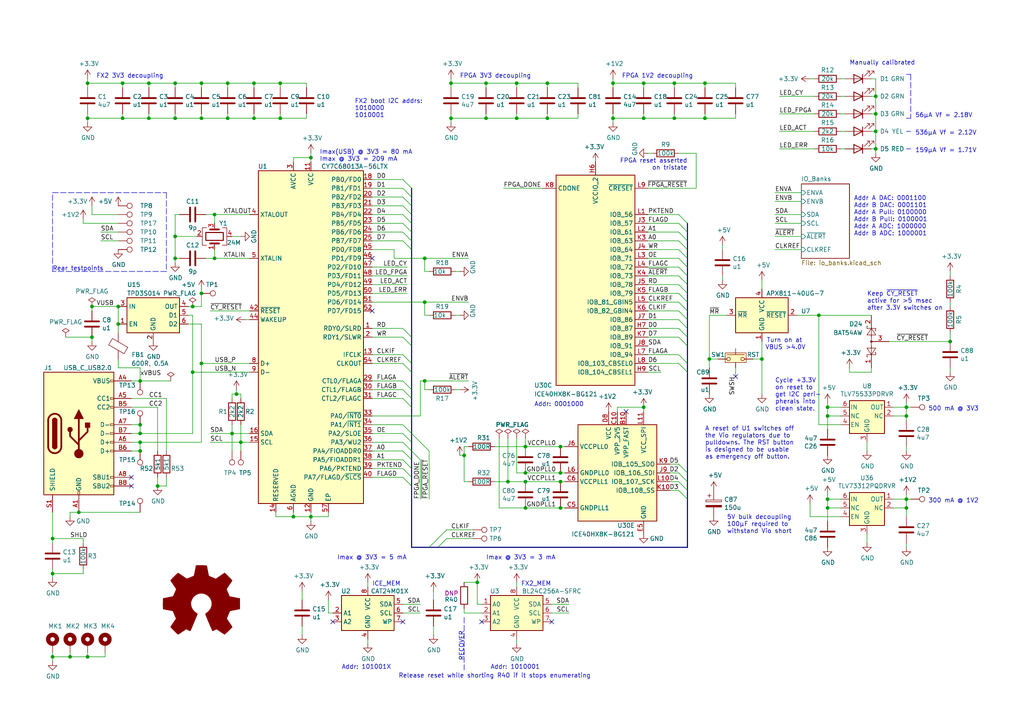
<source format=kicad_sch>
(kicad_sch (version 20211123) (generator eeschema)
  (paper "A4")
  (title_block (title "Base Board") (rev "C2") (company "whitequark research") (comment 1 "Glasgow Debug Tool"))
  (junction (at 240.03 144.78))
  (junction (at 130.81 34.29))
  (junction (at 195.58 34.29))
  (junction (at 240.03 120.65))
  (junction (at 25.4 24.13))
  (junction (at 240.03 147.32))
  (junction (at 123.19 87.63))
  (junction (at 34.29 88.9))
  (junction (at 73.66 24.13))
  (junction (at 73.66 34.29))
  (junction (at 15.24 190.5))
  (junction (at 220.98 104.14))
  (junction (at 58.42 34.29))
  (junction (at 130.81 24.13))
  (junction (at 262.89 147.32))
  (junction (at 25.4 34.29))
  (junction (at 55.88 107.95))
  (junction (at 68.58 114.3))
  (junction (at 123.19 74.93))
  (junction (at 50.8 74.93))
  (junction (at 262.89 144.78))
  (junction (at 177.8 34.29))
  (junction (at 195.58 24.13))
  (junction (at 69.85 128.27))
  (junction (at 149.86 24.13))
  (junction (at 26.67 97.79))
  (junction (at 254 38.1))
  (junction (at 204.47 24.13))
  (junction (at 262.89 120.65))
  (junction (at 240.03 118.11))
  (junction (at 205.74 104.14))
  (junction (at 40.64 110.49))
  (junction (at 67.31 125.73))
  (junction (at 40.64 123.19))
  (junction (at 66.04 34.29))
  (junction (at 25.4 190.5))
  (junction (at 35.56 24.13))
  (junction (at 186.69 34.29))
  (junction (at 152.4 139.7))
  (junction (at 81.28 24.13))
  (junction (at 45.72 140.97))
  (junction (at 26.67 88.9))
  (junction (at 50.8 68.58))
  (junction (at 90.17 149.86))
  (junction (at 152.4 137.16))
  (junction (at 162.56 129.54))
  (junction (at 254 33.02))
  (junction (at 66.04 24.13))
  (junction (at 186.69 118.11))
  (junction (at 140.97 34.29))
  (junction (at 134.62 132.08))
  (junction (at 162.56 137.16))
  (junction (at 43.18 34.29))
  (junction (at 162.56 147.32))
  (junction (at 58.42 85.09))
  (junction (at 254 27.94))
  (junction (at 158.75 34.29))
  (junction (at 140.97 24.13))
  (junction (at 55.88 88.9))
  (junction (at 186.69 24.13))
  (junction (at 123.19 110.49))
  (junction (at 158.75 24.13))
  (junction (at 162.56 139.7))
  (junction (at 275.59 99.06))
  (junction (at 204.47 34.29))
  (junction (at 147.32 139.7))
  (junction (at 40.64 128.27))
  (junction (at 34.29 93.98))
  (junction (at 40.64 125.73))
  (junction (at 58.42 105.41))
  (junction (at 237.49 91.44))
  (junction (at 50.8 34.29))
  (junction (at 15.24 156.21))
  (junction (at 35.56 34.29))
  (junction (at 62.23 74.93))
  (junction (at 62.23 62.23))
  (junction (at 15.24 166.37))
  (junction (at 43.18 24.13))
  (junction (at 50.8 24.13))
  (junction (at 81.28 34.29))
  (junction (at 149.86 34.29))
  (junction (at 85.09 149.86))
  (junction (at 138.43 168.91))
  (junction (at 90.17 45.72))
  (junction (at 152.4 147.32))
  (junction (at 20.32 190.5))
  (junction (at 152.4 129.54))
  (junction (at 22.86 148.59))
  (junction (at 58.42 24.13))
  (junction (at 254 43.18))
  (junction (at 262.89 118.11))
  (junction (at 40.64 130.81))
  (junction (at 177.8 24.13))
  (no_connect (at 107.95 90.17))
  (no_connect (at 96.52 180.34))
  (no_connect (at 181.61 119.38))
  (no_connect (at 139.7 180.34))
  (no_connect (at 160.02 180.34))
  (no_connect (at 213.36 109.22))
  (no_connect (at 107.95 74.93))
  (no_connect (at 38.1 140.97))
  (no_connect (at 116.84 180.34))
  (no_connect (at 38.1 138.43))
  (bus_entry (at 196.85 92.71) (size 2.54 2.54))
  (bus_entry (at 196.85 64.77) (size 2.54 2.54))
  (bus_entry (at 116.84 113.03) (size 2.54 2.54))
  (bus_entry (at 196.85 77.47) (size 2.54 2.54))
  (bus_entry (at 116.84 133.35) (size 2.54 2.54))
  (bus_entry (at 116.84 95.25) (size 2.54 2.54))
  (bus_entry (at 196.85 82.55) (size 2.54 2.54))
  (bus_entry (at 196.85 72.39) (size 2.54 2.54))
  (bus_entry (at 116.84 64.77) (size 2.54 2.54))
  (bus_entry (at 196.85 74.93) (size 2.54 2.54))
  (bus_entry (at 116.84 67.31) (size 2.54 2.54))
  (bus_entry (at 116.84 138.43) (size 2.54 2.54))
  (bus_entry (at 116.84 69.85) (size 2.54 2.54))
  (bus_entry (at 196.85 142.24) (size 2.54 2.54))
  (bus_entry (at 127 158.75) (size 2.54 -2.54))
  (bus_entry (at 196.85 90.17) (size 2.54 2.54))
  (bus_entry (at 196.85 80.01) (size 2.54 2.54))
  (bus_entry (at 116.84 97.79) (size 2.54 2.54))
  (bus_entry (at 116.84 52.07) (size 2.54 2.54))
  (bus_entry (at 116.84 62.23) (size 2.54 2.54))
  (bus_entry (at 116.84 105.41) (size 2.54 2.54))
  (bus_entry (at 116.84 59.69) (size 2.54 2.54))
  (bus_entry (at 196.85 87.63) (size 2.54 2.54))
  (bus_entry (at 196.85 105.41) (size 2.54 2.54))
  (bus_entry (at 116.84 115.57) (size 2.54 2.54))
  (bus_entry (at 196.85 134.62) (size 2.54 2.54))
  (bus_entry (at 196.85 62.23) (size 2.54 2.54))
  (bus_entry (at 116.84 110.49) (size 2.54 2.54))
  (bus_entry (at 196.85 69.85) (size 2.54 2.54))
  (bus_entry (at 116.84 135.89) (size 2.54 2.54))
  (bus_entry (at 116.84 102.87) (size 2.54 2.54))
  (bus_entry (at 116.84 54.61) (size 2.54 2.54))
  (bus_entry (at 196.85 67.31) (size 2.54 2.54))
  (bus_entry (at 196.85 139.7) (size 2.54 2.54))
  (bus_entry (at 116.84 57.15) (size 2.54 2.54))
  (bus_entry (at 124.46 158.75) (size 2.54 -2.54))
  (bus_entry (at 196.85 85.09) (size 2.54 2.54))
  (bus_entry (at 196.85 95.25) (size 2.54 2.54))
  (bus_entry (at 196.85 137.16) (size 2.54 2.54))
  (bus_entry (at 116.84 130.81) (size 2.54 2.54))
  (bus_entry (at 116.84 125.73) (size 2.54 2.54))
  (bus_entry (at 196.85 97.79) (size 2.54 2.54))
  (bus_entry (at 196.85 102.87) (size 2.54 2.54))
  (wire (pts (xy 245.11 38.1) (xy 243.84 38.1)))
  (wire (pts (xy 147.32 139.7) (xy 152.4 139.7)))
  (bus (pts (xy 199.39 142.24) (xy 199.39 144.78)))
  (wire (pts (xy 90.17 148.59) (xy 90.17 149.86)))
  (wire (pts (xy 130.81 35.56) (xy 130.81 34.29)))
  (wire (pts (xy 80.01 149.86) (xy 85.09 149.86)))
  (wire (pts (xy 254 33.02) (xy 254 38.1)))
  (wire (pts (xy 107.95 67.31) (xy 116.84 67.31)))
  (wire (pts (xy 55.88 88.9) (xy 58.42 88.9)))
  (wire (pts (xy 262.89 147.32) (xy 262.89 149.86)))
  (wire (pts (xy 134.62 132.08) (xy 134.62 139.7)))
  (wire (pts (xy 130.81 33.02) (xy 130.81 34.29)))
  (wire (pts (xy 134.62 129.54) (xy 134.62 132.08)))
  (wire (pts (xy 107.95 77.47) (xy 118.11 77.47)))
  (wire (pts (xy 88.9 25.4) (xy 88.9 24.13)))
  (wire (pts (xy 123.19 91.44) (xy 123.19 87.63)))
  (wire (pts (xy 179.07 118.11) (xy 186.69 118.11)))
  (wire (pts (xy 240.03 147.32) (xy 240.03 151.13)))
  (wire (pts (xy 152.4 137.16) (xy 162.56 137.16)))
  (wire (pts (xy 240.03 143.51) (xy 240.03 144.78)))
  (wire (pts (xy 45.72 138.43) (xy 45.72 140.97)))
  (wire (pts (xy 48.26 140.97) (xy 48.26 138.43)))
  (wire (pts (xy 187.96 77.47) (xy 196.85 77.47)))
  (bus (pts (xy 119.38 138.43) (xy 119.38 140.97)))
  (bus (pts (xy 127 158.75) (xy 199.39 158.75)))
  (wire (pts (xy 81.28 34.29) (xy 81.28 33.02)))
  (wire (pts (xy 34.29 106.68) (xy 40.64 106.68)))
  (wire (pts (xy 162.56 137.16) (xy 163.83 137.16)))
  (wire (pts (xy 275.59 78.74) (xy 275.59 80.01)))
  (bus (pts (xy 119.38 128.27) (xy 119.38 133.35)))
  (wire (pts (xy 19.05 97.79) (xy 26.67 97.79)))
  (wire (pts (xy 245.11 43.18) (xy 243.84 43.18)))
  (wire (pts (xy 58.42 24.13) (xy 58.42 25.4)))
  (wire (pts (xy 26.67 62.23) (xy 34.29 62.23)))
  (wire (pts (xy 26.67 59.69) (xy 26.67 62.23)))
  (wire (pts (xy 15.24 166.37) (xy 24.13 166.37)))
  (wire (pts (xy 85.09 148.59) (xy 85.09 149.86)))
  (wire (pts (xy 55.88 91.44) (xy 55.88 107.95)))
  (wire (pts (xy 90.17 149.86) (xy 95.25 149.86)))
  (wire (pts (xy 45.72 118.11) (xy 45.72 130.81)))
  (wire (pts (xy 130.81 22.86) (xy 130.81 24.13)))
  (wire (pts (xy 38.1 128.27) (xy 40.64 128.27)))
  (wire (pts (xy 237.49 91.44) (xy 237.49 123.19)))
  (wire (pts (xy 58.42 93.98) (xy 58.42 105.41)))
  (wire (pts (xy 134.62 168.91) (xy 138.43 168.91)))
  (wire (pts (xy 177.8 34.29) (xy 186.69 34.29)))
  (wire (pts (xy 205.74 91.44) (xy 205.74 104.14)))
  (bus (pts (xy 199.39 137.16) (xy 199.39 139.7)))
  (wire (pts (xy 107.95 123.19) (xy 116.84 123.19)))
  (wire (pts (xy 143.51 129.54) (xy 152.4 129.54)))
  (wire (pts (xy 43.18 34.29) (xy 50.8 34.29)))
  (wire (pts (xy 158.75 33.02) (xy 158.75 34.29)))
  (wire (pts (xy 69.85 114.3) (xy 69.85 115.57)))
  (polyline (pts (xy 262.89 21.59) (xy 264.16 21.59)))
  (wire (pts (xy 152.4 127) (xy 152.4 129.54)))
  (wire (pts (xy 144.78 147.32) (xy 152.4 147.32)))
  (wire (pts (xy 54.61 93.98) (xy 58.42 93.98)))
  (wire (pts (xy 240.03 116.84) (xy 240.03 118.11)))
  (wire (pts (xy 187.96 80.01) (xy 196.85 80.01)))
  (wire (pts (xy 15.24 156.21) (xy 15.24 157.48)))
  (wire (pts (xy 95.25 173.99) (xy 95.25 177.8)))
  (wire (pts (xy 186.69 25.4) (xy 186.69 24.13)))
  (wire (pts (xy 35.56 24.13) (xy 25.4 24.13)))
  (wire (pts (xy 69.85 130.81) (xy 69.85 128.27)))
  (wire (pts (xy 34.29 93.98) (xy 34.29 88.9)))
  (wire (pts (xy 195.58 33.02) (xy 195.58 34.29)))
  (wire (pts (xy 88.9 34.29) (xy 81.28 34.29)))
  (wire (pts (xy 107.95 82.55) (xy 118.11 82.55)))
  (wire (pts (xy 130.81 24.13) (xy 140.97 24.13)))
  (wire (pts (xy 162.56 147.32) (xy 163.83 147.32)))
  (wire (pts (xy 187.96 69.85) (xy 196.85 69.85)))
  (wire (pts (xy 116.84 123.19) (xy 124.46 130.81)))
  (wire (pts (xy 262.89 116.84) (xy 262.89 118.11)))
  (wire (pts (xy 187.96 85.09) (xy 196.85 85.09)))
  (wire (pts (xy 38.1 125.73) (xy 40.64 125.73)))
  (wire (pts (xy 24.13 63.5) (xy 24.13 64.77)))
  (bus (pts (xy 199.39 92.71) (xy 199.39 95.25)))
  (wire (pts (xy 257.81 99.06) (xy 275.59 99.06)))
  (wire (pts (xy 262.89 129.54) (xy 262.89 130.81)))
  (wire (pts (xy 35.56 33.02) (xy 35.56 34.29)))
  (wire (pts (xy 81.28 24.13) (xy 81.28 25.4)))
  (wire (pts (xy 240.03 120.65) (xy 240.03 124.46)))
  (wire (pts (xy 107.95 87.63) (xy 123.19 87.63)))
  (wire (pts (xy 106.68 185.42) (xy 106.68 186.69)))
  (wire (pts (xy 26.67 88.9) (xy 26.67 90.17)))
  (polyline (pts (xy 48.26 78.74) (xy 15.24 78.74)))
  (wire (pts (xy 187.96 72.39) (xy 196.85 72.39)))
  (wire (pts (xy 152.4 139.7) (xy 162.56 139.7)))
  (polyline (pts (xy 15.24 78.74) (xy 15.24 55.88)))
  (wire (pts (xy 224.79 58.42) (xy 232.41 58.42)))
  (wire (pts (xy 35.56 25.4) (xy 35.56 24.13)))
  (wire (pts (xy 152.4 129.54) (xy 162.56 129.54)))
  (wire (pts (xy 60.96 90.17) (xy 72.39 90.17)))
  (wire (pts (xy 165.1 175.26) (xy 160.02 175.26)))
  (wire (pts (xy 246.38 106.68) (xy 246.38 107.95)))
  (bus (pts (xy 119.38 97.79) (xy 119.38 100.33)))
  (wire (pts (xy 15.24 156.21) (xy 24.13 156.21)))
  (bus (pts (xy 119.38 140.97) (xy 119.38 158.75)))
  (wire (pts (xy 107.95 115.57) (xy 116.84 115.57)))
  (wire (pts (xy 54.61 91.44) (xy 55.88 91.44)))
  (wire (pts (xy 107.95 54.61) (xy 116.84 54.61)))
  (wire (pts (xy 80.01 148.59) (xy 80.01 149.86)))
  (bus (pts (xy 199.39 74.93) (xy 199.39 77.47)))
  (bus (pts (xy 119.38 67.31) (xy 119.38 69.85)))
  (wire (pts (xy 107.95 102.87) (xy 116.84 102.87)))
  (wire (pts (xy 123.19 78.74) (xy 123.19 74.93)))
  (wire (pts (xy 213.36 24.13) (xy 204.47 24.13)))
  (wire (pts (xy 107.95 110.49) (xy 116.84 110.49)))
  (wire (pts (xy 252.73 33.02) (xy 254 33.02)))
  (polyline (pts (xy 264.16 21.59) (xy 264.16 34.29)))
  (wire (pts (xy 262.89 143.51) (xy 262.89 144.78)))
  (wire (pts (xy 187.96 74.93) (xy 196.85 74.93)))
  (wire (pts (xy 50.8 62.23) (xy 50.8 68.58)))
  (wire (pts (xy 114.3 74.93) (xy 123.19 74.93)))
  (wire (pts (xy 201.93 44.45) (xy 201.93 54.61)))
  (wire (pts (xy 275.59 99.06) (xy 275.59 96.52)))
  (wire (pts (xy 107.95 113.03) (xy 116.84 113.03)))
  (wire (pts (xy 259.08 118.11) (xy 262.89 118.11)))
  (wire (pts (xy 69.85 123.19) (xy 69.85 128.27)))
  (wire (pts (xy 240.03 118.11) (xy 240.03 120.65)))
  (wire (pts (xy 234.95 149.86) (xy 243.84 149.86)))
  (bus (pts (xy 124.46 158.75) (xy 127 158.75)))
  (wire (pts (xy 67.31 125.73) (xy 72.39 125.73)))
  (wire (pts (xy 158.75 24.13) (xy 167.64 24.13)))
  (wire (pts (xy 107.95 128.27) (xy 116.84 128.27)))
  (bus (pts (xy 199.39 82.55) (xy 199.39 85.09)))
  (wire (pts (xy 194.31 137.16) (xy 196.85 137.16)))
  (wire (pts (xy 177.8 33.02) (xy 177.8 34.29)))
  (bus (pts (xy 199.39 87.63) (xy 199.39 90.17)))
  (wire (pts (xy 118.11 85.09) (xy 107.95 85.09)))
  (wire (pts (xy 107.95 52.07) (xy 116.84 52.07)))
  (wire (pts (xy 220.98 104.14) (xy 220.98 114.3)))
  (wire (pts (xy 224.79 72.39) (xy 232.41 72.39)))
  (wire (pts (xy 15.24 166.37) (xy 15.24 167.64)))
  (wire (pts (xy 224.79 55.88) (xy 232.41 55.88)))
  (wire (pts (xy 107.95 120.65) (xy 121.92 120.65)))
  (bus (pts (xy 119.38 64.77) (xy 119.38 67.31)))
  (wire (pts (xy 24.13 64.77) (xy 34.29 64.77)))
  (bus (pts (xy 199.39 90.17) (xy 199.39 92.71)))
  (wire (pts (xy 107.95 95.25) (xy 116.84 95.25)))
  (wire (pts (xy 50.8 76.2) (xy 50.8 74.93)))
  (wire (pts (xy 177.8 24.13) (xy 186.69 24.13)))
  (wire (pts (xy 67.31 115.57) (xy 67.31 114.3)))
  (wire (pts (xy 213.36 34.29) (xy 204.47 34.29)))
  (wire (pts (xy 73.66 33.02) (xy 73.66 34.29)))
  (wire (pts (xy 177.8 22.86) (xy 177.8 24.13)))
  (wire (pts (xy 90.17 149.86) (xy 90.17 151.13)))
  (wire (pts (xy 187.96 105.41) (xy 196.85 105.41)))
  (wire (pts (xy 149.86 24.13) (xy 158.75 24.13)))
  (wire (pts (xy 25.4 24.13) (xy 25.4 25.4)))
  (wire (pts (xy 50.8 34.29) (xy 58.42 34.29)))
  (wire (pts (xy 114.3 72.39) (xy 114.3 74.93)))
  (wire (pts (xy 259.08 144.78) (xy 262.89 144.78)))
  (wire (pts (xy 144.78 127) (xy 144.78 147.32)))
  (wire (pts (xy 58.42 128.27) (xy 58.42 105.41)))
  (wire (pts (xy 149.86 34.29) (xy 158.75 34.29)))
  (wire (pts (xy 204.47 24.13) (xy 204.47 25.4)))
  (wire (pts (xy 237.49 123.19) (xy 243.84 123.19)))
  (wire (pts (xy 254 22.86) (xy 252.73 22.86)))
  (wire (pts (xy 149.86 127) (xy 149.86 137.16)))
  (wire (pts (xy 252.73 107.95) (xy 252.73 106.68)))
  (wire (pts (xy 262.89 144.78) (xy 262.89 147.32)))
  (wire (pts (xy 243.84 144.78) (xy 240.03 144.78)))
  (bus (pts (xy 119.38 72.39) (xy 119.38 97.79)))
  (wire (pts (xy 58.42 34.29) (xy 66.04 34.29)))
  (wire (pts (xy 40.64 125.73) (xy 55.88 125.73)))
  (wire (pts (xy 124.46 91.44) (xy 123.19 91.44)))
  (wire (pts (xy 262.89 118.11) (xy 264.16 118.11)))
  (wire (pts (xy 134.62 176.53) (xy 134.62 177.8)))
  (wire (pts (xy 38.1 130.81) (xy 40.64 130.81)))
  (wire (pts (xy 179.07 119.38) (xy 179.07 118.11)))
  (wire (pts (xy 50.8 24.13) (xy 58.42 24.13)))
  (wire (pts (xy 140.97 33.02) (xy 140.97 34.29)))
  (wire (pts (xy 67.31 123.19) (xy 67.31 125.73)))
  (wire (pts (xy 107.95 57.15) (xy 116.84 57.15)))
  (bus (pts (xy 199.39 95.25) (xy 199.39 97.79)))
  (wire (pts (xy 213.36 24.13) (xy 213.36 25.4)))
  (wire (pts (xy 66.04 34.29) (xy 73.66 34.29)))
  (wire (pts (xy 143.51 139.7) (xy 147.32 139.7)))
  (wire (pts (xy 213.36 106.68) (xy 213.36 109.22)))
  (wire (pts (xy 123.19 110.49) (xy 135.89 110.49)))
  (wire (pts (xy 226.06 38.1) (xy 236.22 38.1)))
  (wire (pts (xy 209.55 72.39) (xy 209.55 71.12)))
  (wire (pts (xy 140.97 24.13) (xy 149.86 24.13)))
  (wire (pts (xy 88.9 24.13) (xy 81.28 24.13)))
  (wire (pts (xy 58.42 85.09) (xy 58.42 88.9)))
  (bus (pts (xy 119.38 59.69) (xy 119.38 62.23)))
  (wire (pts (xy 24.13 156.21) (xy 24.13 157.48)))
  (wire (pts (xy 106.68 168.91) (xy 106.68 170.18)))
  (wire (pts (xy 132.08 113.03) (xy 133.35 113.03)))
  (wire (pts (xy 60.96 125.73) (xy 67.31 125.73)))
  (wire (pts (xy 149.86 33.02) (xy 149.86 34.29)))
  (wire (pts (xy 275.59 107.95) (xy 275.59 106.68)))
  (wire (pts (xy 43.18 33.02) (xy 43.18 34.29)))
  (wire (pts (xy 85.09 45.72) (xy 90.17 45.72)))
  (wire (pts (xy 125.73 181.61) (xy 125.73 184.15)))
  (wire (pts (xy 123.19 87.63) (xy 135.89 87.63)))
  (wire (pts (xy 254 38.1) (xy 254 43.18)))
  (wire (pts (xy 68.58 113.03) (xy 68.58 114.3)))
  (wire (pts (xy 55.88 107.95) (xy 55.88 125.73)))
  (wire (pts (xy 107.95 72.39) (xy 114.3 72.39)))
  (wire (pts (xy 194.31 139.7) (xy 196.85 139.7)))
  (wire (pts (xy 107.95 64.77) (xy 116.84 64.77)))
  (polyline (pts (xy 262.89 43.18) (xy 264.16 43.18)))
  (wire (pts (xy 62.23 72.39) (xy 62.23 74.93)))
  (wire (pts (xy 275.59 87.63) (xy 275.59 88.9)))
  (wire (pts (xy 34.29 96.52) (xy 34.29 93.98)))
  (wire (pts (xy 177.8 34.29) (xy 177.8 35.56)))
  (wire (pts (xy 73.66 24.13) (xy 73.66 25.4)))
  (wire (pts (xy 157.48 54.61) (xy 146.05 54.61)))
  (wire (pts (xy 38.1 110.49) (xy 40.64 110.49)))
  (bus (pts (xy 199.39 69.85) (xy 199.39 72.39)))
  (wire (pts (xy 149.86 185.42) (xy 149.86 186.69)))
  (wire (pts (xy 186.69 34.29) (xy 195.58 34.29)))
  (wire (pts (xy 130.81 25.4) (xy 130.81 24.13)))
  (wire (pts (xy 107.95 59.69) (xy 116.84 59.69)))
  (wire (pts (xy 220.98 83.82) (xy 220.98 81.28)))
  (wire (pts (xy 254 22.86) (xy 254 27.94)))
  (wire (pts (xy 121.92 120.65) (xy 121.92 110.49)))
  (wire (pts (xy 38.1 123.19) (xy 40.64 123.19)))
  (wire (pts (xy 259.08 120.65) (xy 262.89 120.65)))
  (wire (pts (xy 20.32 190.5) (xy 25.4 190.5)))
  (wire (pts (xy 140.97 25.4) (xy 140.97 24.13)))
  (wire (pts (xy 71.12 92.71) (xy 72.39 92.71)))
  (wire (pts (xy 116.84 105.41) (xy 107.95 105.41)))
  (wire (pts (xy 49.53 110.49) (xy 40.64 110.49)))
  (wire (pts (xy 38.1 115.57) (xy 48.26 115.57)))
  (wire (pts (xy 243.84 120.65) (xy 240.03 120.65)))
  (bus (pts (xy 199.39 77.47) (xy 199.39 80.01)))
  (wire (pts (xy 69.85 128.27) (xy 72.39 128.27)))
  (bus (pts (xy 119.38 135.89) (xy 119.38 138.43)))
  (wire (pts (xy 213.36 33.02) (xy 213.36 34.29)))
  (wire (pts (xy 187.96 67.31) (xy 196.85 67.31)))
  (bus (pts (xy 119.38 118.11) (xy 119.38 128.27)))
  (wire (pts (xy 127 156.21) (xy 129.54 153.67)))
  (wire (pts (xy 167.64 25.4) (xy 167.64 24.13)))
  (wire (pts (xy 220.98 99.06) (xy 220.98 104.14)))
  (wire (pts (xy 187.96 102.87) (xy 196.85 102.87)))
  (wire (pts (xy 234.95 146.05) (xy 234.95 149.86)))
  (wire (pts (xy 121.92 110.49) (xy 123.19 110.49)))
  (wire (pts (xy 15.24 190.5) (xy 15.24 191.77)))
  (wire (pts (xy 66.04 24.13) (xy 66.04 25.4)))
  (wire (pts (xy 158.75 34.29) (xy 167.64 34.29)))
  (wire (pts (xy 90.17 44.45) (xy 90.17 45.72)))
  (wire (pts (xy 107.95 125.73) (xy 116.84 125.73)))
  (bus (pts (xy 119.38 54.61) (xy 119.38 57.15)))
  (wire (pts (xy 186.69 118.11) (xy 186.69 119.38)))
  (wire (pts (xy 236.22 27.94) (xy 226.06 27.94)))
  (wire (pts (xy 123.19 113.03) (xy 124.46 113.03)))
  (wire (pts (xy 50.8 24.13) (xy 50.8 25.4)))
  (wire (pts (xy 38.1 118.11) (xy 45.72 118.11)))
  (wire (pts (xy 243.84 147.32) (xy 240.03 147.32)))
  (wire (pts (xy 167.64 33.02) (xy 167.64 34.29)))
  (wire (pts (xy 254 27.94) (xy 254 33.02)))
  (wire (pts (xy 40.64 148.59) (xy 22.86 148.59)))
  (bus (pts (xy 119.38 69.85) (xy 119.38 72.39)))
  (wire (pts (xy 240.03 144.78) (xy 240.03 147.32)))
  (wire (pts (xy 20.32 148.59) (xy 20.32 149.86)))
  (wire (pts (xy 234.95 22.86) (xy 236.22 22.86)))
  (wire (pts (xy 40.64 123.19) (xy 40.64 125.73)))
  (wire (pts (xy 43.18 24.13) (xy 50.8 24.13)))
  (wire (pts (xy 224.79 64.77) (xy 232.41 64.77)))
  (wire (pts (xy 133.35 132.08) (xy 134.62 132.08)))
  (wire (pts (xy 66.04 33.02) (xy 66.04 34.29)))
  (wire (pts (xy 67.31 114.3) (xy 68.58 114.3)))
  (wire (pts (xy 196.85 44.45) (xy 201.93 44.45)))
  (wire (pts (xy 121.92 133.35) (xy 121.92 144.78)))
  (wire (pts (xy 107.95 69.85) (xy 116.84 69.85)))
  (wire (pts (xy 26.67 97.79) (xy 26.67 99.06)))
  (wire (pts (xy 240.03 118.11) (xy 243.84 118.11)))
  (wire (pts (xy 187.96 107.95) (xy 191.77 107.95)))
  (wire (pts (xy 187.96 54.61) (xy 201.93 54.61)))
  (bus (pts (xy 199.39 139.7) (xy 199.39 142.24)))
  (wire (pts (xy 50.8 33.02) (xy 50.8 34.29)))
  (bus (pts (xy 199.39 72.39) (xy 199.39 74.93)))
  (wire (pts (xy 243.84 22.86) (xy 245.11 22.86)))
  (wire (pts (xy 59.69 74.93) (xy 62.23 74.93)))
  (wire (pts (xy 73.66 34.29) (xy 81.28 34.29)))
  (wire (pts (xy 50.8 68.58) (xy 50.8 74.93)))
  (wire (pts (xy 187.96 92.71) (xy 196.85 92.71)))
  (bus (pts (xy 119.38 113.03) (xy 119.38 115.57)))
  (wire (pts (xy 187.96 44.45) (xy 189.23 44.45)))
  (wire (pts (xy 139.7 177.8) (xy 134.62 177.8)))
  (wire (pts (xy 62.23 62.23) (xy 62.23 64.77)))
  (wire (pts (xy 25.4 35.56) (xy 25.4 34.29)))
  (bus (pts (xy 199.39 80.01) (xy 199.39 82.55)))
  (wire (pts (xy 252.73 43.18) (xy 254 43.18)))
  (wire (pts (xy 226.06 33.02) (xy 236.22 33.02)))
  (wire (pts (xy 259.08 147.32) (xy 262.89 147.32)))
  (wire (pts (xy 58.42 83.82) (xy 58.42 85.09)))
  (wire (pts (xy 107.95 133.35) (xy 116.84 133.35)))
  (bus (pts (xy 119.38 62.23) (xy 119.38 64.77)))
  (bus (pts (xy 119.38 57.15) (xy 119.38 59.69)))
  (wire (pts (xy 87.63 181.61) (xy 87.63 184.15)))
  (wire (pts (xy 162.56 139.7) (xy 163.83 139.7)))
  (bus (pts (xy 119.38 158.75) (xy 124.46 158.75)))
  (wire (pts (xy 262.89 120.65) (xy 262.89 121.92)))
  (wire (pts (xy 208.28 104.14) (xy 205.74 104.14)))
  (wire (pts (xy 251.46 154.94) (xy 251.46 157.48)))
  (wire (pts (xy 254 43.18) (xy 254 44.45)))
  (wire (pts (xy 67.31 68.58) (xy 69.85 68.58)))
  (wire (pts (xy 194.31 142.24) (xy 196.85 142.24)))
  (polyline (pts (xy 48.26 55.88) (xy 48.26 78.74)))
  (wire (pts (xy 66.04 24.13) (xy 73.66 24.13)))
  (wire (pts (xy 15.24 148.59) (xy 15.24 156.21)))
  (wire (pts (xy 58.42 33.02) (xy 58.42 34.29)))
  (wire (pts (xy 30.48 190.5) (xy 30.48 189.23)))
  (wire (pts (xy 40.64 128.27) (xy 58.42 128.27)))
  (wire (pts (xy 138.43 168.91) (xy 138.43 175.26)))
  (wire (pts (xy 130.81 34.29) (xy 140.97 34.29)))
  (wire (pts (xy 125.73 171.45) (xy 125.73 173.99)))
  (wire (pts (xy 149.86 25.4) (xy 149.86 24.13)))
  (wire (pts (xy 158.75 25.4) (xy 158.75 24.13)))
  (wire (pts (xy 22.86 148.59) (xy 20.32 148.59)))
  (bus (pts (xy 199.39 144.78) (xy 199.39 158.75)))
  (wire (pts (xy 24.13 165.1) (xy 24.13 166.37)))
  (wire (pts (xy 107.95 138.43) (xy 116.84 138.43)))
  (bus (pts (xy 199.39 105.41) (xy 199.39 107.95)))
  (wire (pts (xy 95.25 177.8) (xy 96.52 177.8)))
  (wire (pts (xy 25.4 190.5) (xy 25.4 189.23)))
  (wire (pts (xy 262.89 144.78) (xy 264.16 144.78)))
  (wire (pts (xy 177.8 24.13) (xy 177.8 25.4)))
  (bus (pts (xy 119.38 107.95) (xy 119.38 113.03)))
  (wire (pts (xy 25.4 190.5) (xy 30.48 190.5)))
  (wire (pts (xy 165.1 177.8) (xy 160.02 177.8)))
  (wire (pts (xy 195.58 24.13) (xy 204.47 24.13)))
  (wire (pts (xy 134.62 139.7) (xy 135.89 139.7)))
  (wire (pts (xy 52.07 74.93) (xy 50.8 74.93)))
  (wire (pts (xy 58.42 105.41) (xy 72.39 105.41)))
  (wire (pts (xy 107.95 135.89) (xy 116.84 135.89)))
  (polyline (pts (xy 262.89 38.1) (xy 264.16 38.1)))
  (wire (pts (xy 195.58 25.4) (xy 195.58 24.13)))
  (wire (pts (xy 59.69 62.23) (xy 62.23 62.23)))
  (wire (pts (xy 34.29 67.31) (xy 29.21 67.31)))
  (wire (pts (xy 26.67 88.9) (xy 34.29 88.9)))
  (wire (pts (xy 187.96 64.77) (xy 196.85 64.77)))
  (wire (pts (xy 62.23 74.93) (xy 72.39 74.93)))
  (wire (pts (xy 73.66 24.13) (xy 81.28 24.13)))
  (bus (pts (xy 199.39 85.09) (xy 199.39 87.63)))
  (wire (pts (xy 149.86 137.16) (xy 152.4 137.16)))
  (bus (pts (xy 119.38 115.57) (xy 119.38 118.11)))
  (bus (pts (xy 199.39 107.95) (xy 199.39 137.16)))
  (wire (pts (xy 45.72 140.97) (xy 48.26 140.97)))
  (wire (pts (xy 62.23 62.23) (xy 72.39 62.23)))
  (wire (pts (xy 25.4 22.86) (xy 25.4 24.13)))
  (wire (pts (xy 251.46 128.27) (xy 251.46 130.81)))
  (wire (pts (xy 107.95 130.81) (xy 116.84 130.81)))
  (wire (pts (xy 210.82 91.44) (xy 205.74 91.44)))
  (wire (pts (xy 246.38 107.95) (xy 252.73 107.95)))
  (wire (pts (xy 55.88 107.95) (xy 72.39 107.95)))
  (wire (pts (xy 35.56 24.13) (xy 43.18 24.13)))
  (polyline (pts (xy 134.62 179.07) (xy 134.62 194.31)))
  (wire (pts (xy 40.64 106.68) (xy 40.64 110.49)))
  (bus (pts (xy 119.38 133.35) (xy 119.38 135.89)))
  (wire (pts (xy 205.74 104.14) (xy 205.74 106.68)))
  (wire (pts (xy 187.96 62.23) (xy 196.85 62.23)))
  (wire (pts (xy 162.56 129.54) (xy 163.83 129.54)))
  (wire (pts (xy 116.84 128.27) (xy 121.92 133.35)))
  (wire (pts (xy 43.18 24.13) (xy 43.18 25.4)))
  (bus (pts (xy 119.38 100.33) (xy 119.38 105.41)))
  (wire (pts (xy 252.73 27.94) (xy 254 27.94)))
  (bus (pts (xy 199.39 64.77) (xy 199.39 67.31)))
  (wire (pts (xy 88.9 33.02) (xy 88.9 34.29)))
  (wire (pts (xy 187.96 90.17) (xy 196.85 90.17)))
  (wire (pts (xy 60.96 128.27) (xy 69.85 128.27)))
  (wire (pts (xy 218.44 104.14) (xy 220.98 104.14)))
  (wire (pts (xy 68.58 114.3) (xy 69.85 114.3)))
  (wire (pts (xy 135.89 129.54) (xy 134.62 129.54)))
  (wire (pts (xy 121.92 177.8) (xy 116.84 177.8)))
  (bus (pts (xy 199.39 67.31) (xy 199.39 69.85)))
  (wire (pts (xy 187.96 87.63) (xy 196.85 87.63)))
  (bus (pts (xy 199.39 97.79) (xy 199.39 100.33)))
  (wire (pts (xy 209.55 81.28) (xy 209.55 80.01)))
  (wire (pts (xy 90.17 45.72) (xy 90.17 46.99)))
  (wire (pts (xy 40.64 130.81) (xy 40.64 128.27)))
  (wire (pts (xy 67.31 125.73) (xy 67.31 130.81)))
  (wire (pts (xy 123.19 74.93) (xy 135.89 74.93)))
  (wire (pts (xy 57.15 68.58) (xy 50.8 68.58)))
  (wire (pts (xy 186.69 24.13) (xy 195.58 24.13)))
  (wire (pts (xy 140.97 34.29) (xy 149.86 34.29)))
  (wire (pts (xy 123.19 78.74) (xy 124.46 78.74)))
  (wire (pts (xy 107.95 97.79) (xy 116.84 97.79)))
  (wire (pts (xy 226.06 43.18) (xy 236.22 43.18)))
  (wire (pts (xy 137.16 156.21) (xy 129.54 156.21)))
  (wire (pts (xy 118.11 80.01) (xy 107.95 80.01)))
  (wire (pts (xy 139.7 175.26) (xy 138.43 175.26)))
  (wire (pts (xy 34.29 69.85) (xy 29.21 69.85)))
  (wire (pts (xy 95.25 149.86) (xy 95.25 148.59)))
  (polyline (pts (xy 264.16 34.29) (xy 262.89 34.29)))
  (wire (pts (xy 85.09 46.99) (xy 85.09 45.72)))
  (wire (pts (xy 262.89 118.11) (xy 262.89 120.65)))
  (wire (pts (xy 123.19 110.49) (xy 123.19 113.03)))
  (wire (pts (xy 152.4 147.32) (xy 162.56 147.32)))
  (wire (pts (xy 187.96 82.55) (xy 196.85 82.55)))
  (wire (pts (xy 187.96 97.79) (xy 196.85 97.79)))
  (wire (pts (xy 35.56 34.29) (xy 43.18 34.29)))
  (wire (pts (xy 132.08 78.74) (xy 133.35 78.74)))
  (wire (pts (xy 245.11 33.02) (xy 243.84 33.02)))
  (wire (pts (xy 107.95 62.23) (xy 116.84 62.23)))
  (wire (pts (xy 35.56 34.29) (xy 25.4 34.29)))
  (wire (pts (xy 195.58 34.29) (xy 204.47 34.29)))
  (wire (pts (xy 15.24 165.1) (xy 15.24 166.37)))
  (wire (pts (xy 132.08 91.44) (xy 133.35 91.44)))
  (wire (pts (xy 124.46 130.81) (xy 124.46 144.78)))
  (wire (pts (xy 254 38.1) (xy 252.73 38.1)))
  (wire (pts (xy 15.24 190.5) (xy 20.32 190.5)))
  (wire (pts (xy 87.63 171.45) (xy 87.63 173.99)))
  (wire (pts (xy 129.54 153.67) (xy 137.16 153.67)))
  (wire (pts (xy 231.14 91.44) (xy 237.49 91.44)))
  (wire (pts (xy 204.47 34.29) (xy 204.47 33.02)))
  (wire (pts (xy 262.89 157.48) (xy 262.89 158.75)))
  (wire (pts (xy 50.8 62.23) (xy 52.07 62.23)))
  (wire (pts (xy 25.4 34.29) (xy 25.4 33.02)))
  (bus (pts (xy 199.39 100.33) (xy 199.39 105.41)))
  (wire (pts (xy 54.61 88.9) (xy 55.88 88.9)))
  (wire (pts (xy 121.92 175.26) (xy 116.84 175.26)))
  (polyline (pts (xy 15.24 55.88) (xy 48.26 55.88)))
  (bus (pts (xy 119.38 105.41) (xy 119.38 107.95)))
  (wire (pts (xy 58.42 24.13) (xy 66.04 24.13)))
  (wire (pts (xy 147.32 127) (xy 147.32 139.7)))
  (wire (pts (xy 149.86 168.91) (xy 149.86 170.18)))
  (wire (pts (xy 15.24 189.23) (xy 15.24 190.5)))
  (wire (pts (xy 20.32 190.5) (xy 20.32 189.23)))
  (wire (pts (xy 224.79 68.58) (xy 232.41 68.58)))
  (wire (pts (xy 34.29 104.14) (xy 34.29 106.68)))
  (wire (pts (xy 186.69 33.02) (xy 186.69 34.29)))
  (wire (pts (xy 224.79 62.23) (xy 232.41 62.23)))
  (wire (pts (xy 194.31 134.62) (xy 196.85 134.62)))
  (wire (pts (xy 245.11 27.94) (xy 243.84 27.94)))
  (wire (pts (xy 187.96 95.25) (xy 196.85 95.25)))
  (wire (pts (xy 252.73 91.44) (xy 237.49 91.44)))
  (wire (pts (xy 48.26 115.57) (xy 48.26 130.81)))
  (wire (pts (xy 85.09 149.86) (xy 90.17 149.86)))
  (text "Rear testpoints" (at 15.24 78.74 0) (effects (font (size 1.27 1.27)) (justify left bottom)))
  (text "FPGA 1V2 decoupling" (at 180.34 22.86 0) (effects (font (size 1.27 1.27)) (justify left bottom)))
  (text "Addr A DAC: 0001100\nAddr B DAC: 0001101\nAddr A Pull: 0100000\nAddr B Pull: 0100001\nAddr A ADC: 1000000\nAddr B ADC: 1000001" (at 247.65 68.58 0) (effects (font (size 1.27 1.27)) (justify left bottom)))
  (text "500 mA @ 3V3" (at 269.24 119.38 0) (effects (font (size 1.27 1.27)) (justify left bottom)))
  (text "Addr: 0001000" (at 154.94 118.11 0) (effects (font (size 1.27 1.27)) (justify left bottom)))
  (text "Addr: 101001X" (at 99.06 194.31 0) (effects (font (size 1.27 1.27)) (justify left bottom)))
  (text "FPGA reset asserted\non tristate" (at 199.39 49.53 180) (effects (font (size 1.27 1.27)) (justify right bottom)))
  (text "159µA Vf = 1.71V" (at 265.43 44.45 0) (effects (font (size 1.27 1.27)) (justify left bottom)))
  (text "Imax(USB) @ 3V3 = 80 mA\nImax @ 3V3 = 209 mA" (at 92.71 46.99 0) (effects (font (size 1.27 1.27)) (justify left bottom)))
  (text "FX2_MEM" (at 151.13 170.18 0) (effects (font (size 1.27 1.27)) (justify left bottom)))
  (text "Keep ~{CY_RESET} \nactive for >5 msec\nafter 3.3V switches on\n" (at 251.46 90.17 0) (effects (font (size 1.27 1.27)) (justify left bottom)))
  (text "A reset of U1 switches off \nthe Vio regulators due to \npulldowns. The RST button\nis designed to be usable \nas emergency off button." (at 204.47 133.35 0) (effects (font (size 1.27 1.27)) (justify left bottom)))
  (text "Cycle +3.3V\non reset to \nget I2C peri-\npherals into \nclean state." (at 224.79 119.38 0) (effects (font (size 1.27 1.27)) (justify left bottom)))
  (text "FX2 3V3 decoupling" (at 27.94 22.86 0) (effects (font (size 1.27 1.27)) (justify left bottom)))
  (text "56µA Vf = 2.18V" (at 265.43 34.29 0) (effects (font (size 1.27 1.27)) (justify left bottom)))
  (text "Release reset while shorting R40 if it stops enumerating" (at 115.57 196.85 0) (effects (font (size 1.27 1.27)) (justify left bottom)))
  (text "Addr: 1010001" (at 142.24 194.31 0) (effects (font (size 1.27 1.27)) (justify left bottom)))
  (text "Imax @ 3V3 = 5 mA" (at 97.79 162.56 0) (effects (font (size 1.27 1.27)) (justify left bottom)))
  (text "FPGA 3V3 decoupling" (at 133.35 22.86 0) (effects (font (size 1.27 1.27)) (justify left bottom)))
  (text "FX2 boot I2C addrs:\n1010000\n1010001" (at 102.87 34.29 0) (effects (font (size 1.27 1.27)) (justify left bottom)))
  (text "RECOVER" (at 134.62 191.77 90) (effects (font (size 1.27 1.27)) (justify left bottom)))
  (text "ICE_MEM" (at 107.95 170.18 0) (effects (font (size 1.27 1.27)) (justify left bottom)))
  (text "536µA Vf = 2.12V" (at 265.43 39.37 0) (effects (font (size 1.27 1.27)) (justify left bottom)))
  (text "5V bulk decoupling\n100µF required to\nwithstand Vio short" (at 210.82 154.94 0) (effects (font (size 1.27 1.27)) (justify left bottom)))
  (text "300 mA @ 1V2\n" (at 269.24 146.05 0) (effects (font (size 1.27 1.27)) (justify left bottom)))
  (text "Manually calibrated" (at 246.38 19.05 0) (effects (font (size 1.27 1.27)) (justify left bottom)))
  (text "Imax @ 3V3 = 3 mA" (at 140.97 162.56 0) (effects (font (size 1.27 1.27)) (justify left bottom)))
  (text "Turn on at \nVBUS >4.0V" (at 233.68 101.6 180) (effects (font (size 1.27 1.27)) (justify right bottom)))
  (label "WR" (at 187.96 72.39 0))
  (label "SCL" (at 191.77 107.95 180))
  (label "CLKREF" (at 109.22 105.41 0))
  (label "SCL" (at 60.96 128.27 0))
  (label "LED_FPGA" (at 226.06 33.02 0))
  (label "FLAGB" (at 109.22 113.03 0))
  (label "~{FPGA_RESET}" (at 124.46 144.78 90))
  (label "A1" (at 187.96 67.31 0))
  (label "CC2" (at 43.18 118.11 0))
  (label "D3" (at 196.85 142.24 180))
  (label "D4" (at 196.85 139.7 180))
  (label "FLAGB" (at 187.96 85.09 0))
  (label "D6" (at 187.96 105.41 0))
  (label "D1" (at 109.22 54.61 0))
  (label "SDA" (at 60.96 125.73 0))
  (label "FLAGA" (at 187.96 102.87 0))
  (label "SDA" (at 187.96 100.33 0))
  (label "FLAGC" (at 187.96 77.47 0))
  (label "RD" (at 109.22 95.25 0))
  (label "PKTEND" (at 187.96 62.23 0))
  (label "D7" (at 187.96 97.79 0))
  (label "SDA" (at 165.1 175.26 180))
  (label "FLAGA" (at 109.22 110.49 0))
  (label "VCCPLL0" (at 161.29 129.54 180))
  (label "GNDPLL1" (at 161.29 147.32 180))
  (label "D7" (at 109.22 69.85 0))
  (label "~{CY_RESET}" (at 60.96 90.17 0))
  (label "SHLD" (at 20.32 156.21 0))
  (label "GNDPLL0" (at 161.29 137.16 180))
  (label "D5" (at 196.85 134.62 180))
  (label "LED_ACT" (at 118.11 82.55 180))
  (label "D0" (at 109.22 52.07 0))
  (label "LED_ERR" (at 226.06 43.18 0))
  (label "FPGA_DONE" (at 121.92 144.78 90))
  (label "OE" (at 109.22 125.73 0))
  (label "SDA" (at 29.21 67.31 0))
  (label "xVBUS" (at 40.64 109.22 0))
  (label "RD" (at 187.96 82.55 0))
  (label "~{ALERT}" (at 187.96 80.01 0))
  (label "CLKREF" (at 224.79 72.39 0))
  (label "ENVB" (at 224.79 58.42 0))
  (label "WR" (at 109.22 97.79 0))
  (label "D0" (at 187.96 95.25 0))
  (label "~{FPGA_RESET}" (at 199.39 54.61 180))
  (label "SDA" (at 121.92 175.26 180))
  (label "ENVB" (at 135.89 87.63 180))
  (label "D2" (at 109.22 57.15 0))
  (label "~{ALERT}" (at 224.79 68.58 0))
  (label "ENVA" (at 135.89 74.93 180))
  (label "SWSH" (at 213.36 109.22 270))
  (label "PKTEND" (at 109.22 135.89 0))
  (label "OE" (at 187.96 74.93 0))
  (label "SCL" (at 165.1 177.8 180))
  (label "USB_N" (at 62.23 107.95 0))
  (label "FLAGD" (at 187.96 64.77 0))
  (label "~{MR}" (at 205.74 91.44 0))
  (label "XTALIN" (at 64.77 74.93 0))
  (label "SDA" (at 224.79 62.23 0))
  (label "D3" (at 109.22 59.69 0))
  (label "XTALOUT" (at 64.77 62.23 0))
  (label "D6" (at 109.22 67.31 0))
  (label "SCL" (at 121.92 177.8 180))
  (label "CLKREF" (at 187.96 87.63 0))
  (label "LED_ERR" (at 118.11 85.09 180))
  (label "~{ALERT}" (at 135.89 110.49 180))
  (label "CLKIF" (at 130.81 153.67 0))
  (label "A1" (at 109.22 133.35 0))
  (label "FPGA_DONE" (at 146.05 54.61 0))
  (label "LED_CY" (at 226.06 27.94 0))
  (label "LED_CY" (at 118.11 77.47 180))
  (label "FLAGD" (at 109.22 138.43 0))
  (label "A0" (at 187.96 69.85 0))
  (label "D1" (at 187.96 92.71 0))
  (label "ENVA" (at 224.79 55.88 0))
  (label "CLKREF" (at 130.81 156.21 0))
  (label "D2" (at 196.85 137.16 180))
  (label "D4" (at 109.22 62.23 0))
  (label "VCCPLL1" (at 161.29 139.7 180))
  (label "CLKIF" (at 187.96 90.17 0))
  (label "SCL" (at 29.21 69.85 0))
  (label "LED_FPGA" (at 118.11 80.01 180))
  (label "D5" (at 109.22 64.77 0))
  (label "LED_ACT" (at 226.06 38.1 0))
  (label "USB_P" (at 62.23 105.41 0))
  (label "A0" (at 109.22 130.81 0))
  (label "CC1" (at 43.18 115.57 0))
  (label "CLKIF" (at 109.22 102.87 0))
  (label "FLAGC" (at 109.22 115.57 0))
  (label "SCL" (at 224.79 64.77 0))
  (label "~{CY_RESET}" (at 269.24 99.06 180))
  (label "VUSB" (at 27.94 88.9 0))
  (symbol (lib_id "MCU_Cypress:CY7C68013A-56LTX") (at 90.17 97.79 0) (unit 1)
    (property "Reference" "U1" (at 76.2 48.26 0))
    (property "Value" "CY7C68013A-56LTX" (at 102.87 48.26 0))
    (property "Footprint" "Package_DFN_QFN:Cypress_QFN-56-1EP_8x8mm_P0.5mm_EP6.22x6.22mm_ThermalVias" (effects hide))
    (property "Datasheet" "http://www.cypress.com/file/138911/download" (effects hide))
    (property "Mfg" "Cypress" (effects hide))
    (property "MPN" "CY7C68013A-56LTXC" (effects hide))
    (property "1b2-bom-key" "ic-cy7c68013a-56ltx" (effects hide))
  )
  (symbol (lib_id "power:GND") (at 20.32 149.86 0) (unit 1)
    (property "Reference" "#PWR09" (effects hide))
    (property "Value" "GND" (at 24.13 151.13 0))
  )
  (symbol (lib_id "power:GND") (at 90.17 151.13 0) (unit 1)
    (property "Reference" "#PWR016" (effects hide))
    (property "Value" "GND" (at 90.297 155.5242 0))
  )
  (symbol (lib_id "power:+5V") (at 58.42 83.82 0) (unit 1)
    (property "Reference" "#PWR07" (effects hide))
    (property "Value" "+5V" (at 54.61 82.55 0))
  )
  (symbol (lib_id "power:+3.3V") (at 90.17 44.45 0) (unit 1)
    (property "Reference" "#PWR03" (effects hide))
    (property "Value" "+3.3V" (at 90.551 40.0558 0))
  )
  (symbol (lib_id "Device:C") (at 55.88 62.23 270) (unit 1)
    (property "Reference" "C11" (at 55.88 58.42 90))
    (property "Value" "9p" (at 55.88 66.04 90))
    (property "Footprint" "Capacitor_SMD:C_0402_1005Metric" (effects hide))
    (property "Datasheet" "https://www.mouser.com/datasheet/2/447/Yageo_UPY-AC_NP0X7R_16V-to-630V_12-1827077-1874686.pdf" (effects hide))
    (property "Mfg" "Yageo" (effects hide))
    (property "MPN" "AC0402CRNPO9BN9R0" (effects hide))
    (property "1b2-bom-key" "cap-cer-0402-9p" (effects hide))
  )
  (symbol (lib_id "power:GND") (at 50.8 76.2 0) (unit 1)
    (property "Reference" "#PWR06" (effects hide))
    (property "Value" "GND" (at 50.927 80.5942 0))
  )
  (symbol (lib_id "Device:R") (at 67.31 119.38 0) (mirror x) (unit 1)
    (property "Reference" "R1" (at 66.04 119.38 0) (effects (justify right)))
    (property "Value" "2k2" (at 67.31 119.38 90))
    (property "Footprint" "Resistor_SMD:R_0402_1005Metric" (effects hide))
    (property "Datasheet" "https://www.mouser.com/datasheet/2/447/PYu-RC_Group_51_RoHS_L_10-1527934.pdf" (effects hide))
    (property "Mfg" "Yageo" (effects hide))
    (property "MPN" "RC0402FR-132K2L" (effects hide))
    (property "1b2-bom-key" "res-0402-2k2" (effects hide))
  )
  (symbol (lib_id "power:+3.3V") (at 68.58 113.03 0) (unit 1)
    (property "Reference" "#PWR011" (effects hide))
    (property "Value" "+3.3V" (at 68.961 108.6358 0))
  )
  (symbol (lib_id "Device:Crystal_GND24") (at 62.23 68.58 90) (unit 1)
    (property "Reference" "Y1" (at 66.04 64.77 90) (effects (justify left)))
    (property "Value" "24M" (at 69.85 71.12 90) (effects (justify left top)))
    (property "Footprint" "Glasgow:Crystal_SMD_3225-4Pin_3.2x2.5mm" (effects hide))
    (property "Datasheet" "https://datasheet.lcsc.com/szlcsc/2008211535_JWT-JF4024M00009T8188070_C709181.pdf" (effects hide))
    (property "Mfg" "JWT" (effects hide))
    (property "MPN" "JF4024M00009T8188070" (effects hide))
    (property "1b2-bom-key" "xtal-smd3225-24mhz-9p" (effects hide))
    (property "Characteristics" "9pF load" (effects hide))
  )
  (symbol (lib_id "power:GND") (at 69.85 68.58 90) (unit 1)
    (property "Reference" "#PWR05" (effects hide))
    (property "Value" "GND" (at 73.66 68.58 0))
  )
  (symbol (lib_id "Device:R") (at 24.13 161.29 0) (unit 1)
    (property "Reference" "R3" (at 25.4 161.29 0) (effects (justify left)))
    (property "Value" "100k" (at 24.13 161.29 90))
    (property "Footprint" "Resistor_SMD:R_0402_1005Metric" (effects hide))
    (property "Datasheet" "https://www.mouser.com/datasheet/2/447/PYu-RC_Group_51_RoHS_L_10-1527934.pdf" (effects hide))
    (property "Mfg" "Yageo" (effects hide))
    (property "MPN" "RC0402FR-13100KL" (effects hide))
    (property "1b2-bom-key" "res-0402-100k" (effects hide))
  )
  (symbol (lib_id "power:GND") (at 15.24 167.64 0) (unit 1)
    (property "Reference" "#PWR015" (effects hide))
    (property "Value" "GND" (at 15.367 172.0342 0))
  )
  (symbol (lib_id "Memory_EEPROM:CAT24M01W") (at 106.68 177.8 0) (unit 1)
    (property "Reference" "U2" (at 100.33 171.45 0))
    (property "Value" "CAT24M01X" (at 113.03 171.45 0))
    (property "Footprint" "Package_SO:TSSOP-8_4.4x3mm_P0.65mm" (effects hide))
    (property "Datasheet" "https://www.onsemi.com/pub/Collateral/CAT24M01-D.PDF" (effects hide))
    (property "Mfg" "ON Semiconductor" (effects hide))
    (property "MPN" "CAT24M01XI-T2" (effects hide))
    (property "1b2-bom-key" "eeprom-tssop8-cat24m01" (effects hide))
  )
  (symbol (lib_id "Memory_EEPROM:CAT24C256") (at 149.86 177.8 0) (unit 1)
    (property "Reference" "U3" (at 143.51 171.45 0))
    (property "Value" "BL24C256A-SFRC" (at 160.02 171.45 0))
    (property "Footprint" "Package_SO:TSSOP-8_4.4x3mm_P0.65mm" (effects hide))
    (property "Datasheet" "https://datasheet.lcsc.com/szlcsc/1811151428_BL-Shanghai-Belling-BL24C256A-SFRC_C110276.pdf" (effects hide))
    (property "Mfg" "BL(Shanghai Belling)" (effects hide))
    (property "MPN" "BL24C256A-SFRC" (effects hide))
    (property "1b2-bom-key" "eeprom-tssop8-bl24c256a" (effects hide))
  )
  (symbol (lib_id "power:GND") (at 149.86 186.69 0) (unit 1)
    (property "Reference" "#PWR027" (effects hide))
    (property "Value" "GND" (at 149.987 191.0842 0))
  )
  (symbol (lib_id "power:GND") (at 106.68 186.69 0) (unit 1)
    (property "Reference" "#PWR026" (effects hide))
    (property "Value" "GND" (at 106.807 191.0842 0))
  )
  (symbol (lib_id "power:+3.3V") (at 71.12 92.71 90) (unit 1)
    (property "Reference" "#PWR08" (effects hide))
    (property "Value" "+3.3V" (at 67.8688 92.329 90) (effects (justify left)))
  )
  (symbol (lib_id "Device:C") (at 35.56 29.21 0) (unit 1)
    (property "Reference" "C2" (at 38.481 28.0416 0) (effects (justify left)))
    (property "Value" "u1" (at 38.481 30.353 0) (effects (justify left)))
    (property "Footprint" "Capacitor_SMD:C_0402_1005Metric" (effects hide))
    (property "Datasheet" "https://www.mouser.com/datasheet/2/396/mlcc02_e-1307760.pdf" (effects hide))
    (property "Mfg" "Taiyo Yuden" (effects hide))
    (property "MPN" "TMK105BJ104KV-F" (effects hide))
    (property "1b2-bom-key" "cap-cer-0402-100n" (effects hide))
  )
  (symbol (lib_id "power:+3.3V") (at 106.68 168.91 0) (unit 1)
    (property "Reference" "#PWR017" (effects hide))
    (property "Value" "+3.3V" (at 107.061 164.5158 0))
  )
  (symbol (lib_id "power:+3.3V") (at 149.86 168.91 0) (unit 1)
    (property "Reference" "#PWR018" (effects hide))
    (property "Value" "+3.3V" (at 150.241 164.5158 0))
  )
  (symbol (lib_id "Device:C") (at 25.4 29.21 0) (unit 1)
    (property "Reference" "C1" (at 28.321 28.0416 0) (effects (justify left)))
    (property "Value" "4u7" (at 28.321 30.353 0) (effects (justify left)))
    (property "Footprint" "Capacitor_SMD:C_0603_1608Metric" (effects hide))
    (property "Datasheet" "https://www.mouser.com/datasheet/2/400/lcc_commercial_general_en-837201.pdf" (effects hide))
    (property "Mfg" "Taiyo Yuden" (effects hide))
    (property "MPN" "LMK107BJ475KAHT" (effects hide))
    (property "1b2-bom-key" "cap-cer-0603-4u7" (effects hide))
  )
  (symbol (lib_id "Device:C") (at 43.18 29.21 0) (unit 1)
    (property "Reference" "C3" (at 46.101 28.0416 0) (effects (justify left)))
    (property "Value" "u1" (at 46.101 30.353 0) (effects (justify left)))
    (property "Footprint" "Capacitor_SMD:C_0402_1005Metric" (effects hide))
    (property "Datasheet" "https://www.mouser.com/datasheet/2/396/mlcc02_e-1307760.pdf" (effects hide))
    (property "Mfg" "Taiyo Yuden" (effects hide))
    (property "MPN" "TMK105BJ104KV-F" (effects hide))
    (property "1b2-bom-key" "cap-cer-0402-100n" (effects hide))
  )
  (symbol (lib_id "Device:C") (at 50.8 29.21 0) (unit 1)
    (property "Reference" "C4" (at 53.721 28.0416 0) (effects (justify left)))
    (property "Value" "u1" (at 53.721 30.353 0) (effects (justify left)))
    (property "Footprint" "Capacitor_SMD:C_0402_1005Metric" (effects hide))
    (property "Datasheet" "https://www.mouser.com/datasheet/2/396/mlcc02_e-1307760.pdf" (effects hide))
    (property "Mfg" "Taiyo Yuden" (effects hide))
    (property "MPN" "TMK105BJ104KV-F" (effects hide))
    (property "1b2-bom-key" "cap-cer-0402-100n" (effects hide))
  )
  (symbol (lib_id "Device:C") (at 58.42 29.21 0) (unit 1)
    (property "Reference" "C5" (at 61.341 28.0416 0) (effects (justify left)))
    (property "Value" "u1" (at 61.341 30.353 0) (effects (justify left)))
    (property "Footprint" "Capacitor_SMD:C_0402_1005Metric" (effects hide))
    (property "Datasheet" "https://www.mouser.com/datasheet/2/396/mlcc02_e-1307760.pdf" (effects hide))
    (property "Mfg" "Taiyo Yuden" (effects hide))
    (property "MPN" "TMK105BJ104KV-F" (effects hide))
    (property "1b2-bom-key" "cap-cer-0402-100n" (effects hide))
  )
  (symbol (lib_id "Device:C") (at 66.04 29.21 0) (unit 1)
    (property "Reference" "C6" (at 68.961 28.0416 0) (effects (justify left)))
    (property "Value" "u1" (at 68.961 30.353 0) (effects (justify left)))
    (property "Footprint" "Capacitor_SMD:C_0402_1005Metric" (effects hide))
    (property "Datasheet" "https://www.mouser.com/datasheet/2/396/mlcc02_e-1307760.pdf" (effects hide))
    (property "Mfg" "Taiyo Yuden" (effects hide))
    (property "MPN" "TMK105BJ104KV-F" (effects hide))
    (property "1b2-bom-key" "cap-cer-0402-100n" (effects hide))
  )
  (symbol (lib_id "Device:C") (at 73.66 29.21 0) (unit 1)
    (property "Reference" "C7" (at 76.581 28.0416 0) (effects (justify left)))
    (property "Value" "u1" (at 76.581 30.353 0) (effects (justify left)))
    (property "Footprint" "Capacitor_SMD:C_0402_1005Metric" (effects hide))
    (property "Datasheet" "https://www.mouser.com/datasheet/2/396/mlcc02_e-1307760.pdf" (effects hide))
    (property "Mfg" "Taiyo Yuden" (effects hide))
    (property "MPN" "TMK105BJ104KV-F" (effects hide))
    (property "1b2-bom-key" "cap-cer-0402-100n" (effects hide))
  )
  (symbol (lib_id "Device:C") (at 81.28 29.21 0) (unit 1)
    (property "Reference" "C9" (at 84.201 28.0416 0) (effects (justify left)))
    (property "Value" "u1" (at 84.201 30.353 0) (effects (justify left)))
    (property "Footprint" "Capacitor_SMD:C_0402_1005Metric" (effects hide))
    (property "Datasheet" "https://www.mouser.com/datasheet/2/396/mlcc02_e-1307760.pdf" (effects hide))
    (property "Mfg" "Taiyo Yuden" (effects hide))
    (property "MPN" "TMK105BJ104KV-F" (effects hide))
    (property "1b2-bom-key" "cap-cer-0402-100n" (effects hide))
  )
  (symbol (lib_id "Device:C") (at 15.24 161.29 0) (unit 1)
    (property "Reference" "C13" (at 18.161 160.1216 0) (effects (justify left)))
    (property "Value" "u1" (at 18.161 162.433 0) (effects (justify left)))
    (property "Footprint" "Capacitor_SMD:C_0402_1005Metric" (effects hide))
    (property "Datasheet" "https://www.mouser.com/datasheet/2/396/mlcc02_e-1307760.pdf" (effects hide))
    (property "Mfg" "Taiyo Yuden" (effects hide))
    (property "MPN" "TMK105BJ104KV-F" (effects hide))
    (property "1b2-bom-key" "cap-cer-0402-100n" (effects hide))
  )
  (symbol (lib_id "power:+3.3V") (at 25.4 22.86 0) (unit 1)
    (property "Reference" "#PWR01" (effects hide))
    (property "Value" "+3.3V" (at 25.781 18.4658 0))
  )
  (symbol (lib_id "power:GND") (at 25.4 35.56 0) (unit 1)
    (property "Reference" "#PWR02" (effects hide))
    (property "Value" "GND" (at 25.527 39.9542 0))
  )
  (symbol (lib_id "power:+3.3V") (at 138.43 168.91 0) (unit 1)
    (property "Reference" "#PWR022" (effects hide))
    (property "Value" "+3.3V" (at 138.811 164.5158 0))
  )
  (symbol (lib_id "power:+3.3V") (at 95.25 173.99 0) (unit 1)
    (property "Reference" "#PWR021" (effects hide))
    (property "Value" "+3.3V" (at 95.631 169.5958 0))
  )
  (symbol (lib_id "Device:C") (at 55.88 74.93 270) (unit 1)
    (property "Reference" "C12" (at 55.88 71.12 90))
    (property "Value" "9p" (at 55.88 78.74 90))
    (property "Footprint" "Capacitor_SMD:C_0402_1005Metric" (effects hide))
    (property "Datasheet" "https://www.mouser.com/datasheet/2/447/Yageo_UPY-AC_NP0X7R_16V-to-630V_12-1827077-1874686.pdf" (effects hide))
    (property "Mfg" "Yageo" (effects hide))
    (property "MPN" "AC0402CRNPO9BN9R0" (effects hide))
    (property "1b2-bom-key" "cap-cer-0402-9p" (effects hide))
  )
  (symbol (lib_id "Device:C") (at 87.63 177.8 0) (unit 1)
    (property "Reference" "C15" (at 90.551 176.6316 0) (effects (justify left)))
    (property "Value" "u1" (at 90.551 178.943 0) (effects (justify left)))
    (property "Footprint" "Capacitor_SMD:C_0402_1005Metric" (effects hide))
    (property "Datasheet" "https://www.mouser.com/datasheet/2/396/mlcc02_e-1307760.pdf" (effects hide))
    (property "Mfg" "Taiyo Yuden" (effects hide))
    (property "MPN" "TMK105BJ104KV-F" (effects hide))
    (property "1b2-bom-key" "cap-cer-0402-100n" (effects hide))
  )
  (symbol (lib_id "power:GND") (at 87.63 184.15 0) (unit 1)
    (property "Reference" "#PWR024" (effects hide))
    (property "Value" "GND" (at 87.757 188.5442 0))
  )
  (symbol (lib_id "power:+3.3V") (at 87.63 171.45 0) (unit 1)
    (property "Reference" "#PWR019" (effects hide))
    (property "Value" "+3.3V" (at 88.011 167.0558 0))
  )
  (symbol (lib_id "Device:R") (at 69.85 119.38 180) (unit 1)
    (property "Reference" "R2" (at 71.12 119.38 0) (effects (justify right)))
    (property "Value" "2k2" (at 69.85 119.38 90))
    (property "Footprint" "Resistor_SMD:R_0402_1005Metric" (effects hide))
    (property "Datasheet" "https://www.mouser.com/datasheet/2/447/PYu-RC_Group_51_RoHS_L_10-1527934.pdf" (effects hide))
    (property "Mfg" "Yageo" (effects hide))
    (property "MPN" "RC0402FR-132K2L" (effects hide))
    (property "1b2-bom-key" "res-0402-2k2" (effects hide))
  )
  (symbol (lib_id "Device:C") (at 125.73 177.8 0) (unit 1)
    (property "Reference" "C17" (at 128.651 176.6316 0) (effects (justify left)))
    (property "Value" "u1" (at 128.651 178.943 0) (effects (justify left)))
    (property "Footprint" "Capacitor_SMD:C_0402_1005Metric" (effects hide))
    (property "Datasheet" "https://www.mouser.com/datasheet/2/396/mlcc02_e-1307760.pdf" (effects hide))
    (property "Mfg" "Taiyo Yuden" (effects hide))
    (property "MPN" "TMK105BJ104KV-F" (effects hide))
    (property "1b2-bom-key" "cap-cer-0402-100n" (effects hide))
  )
  (symbol (lib_id "power:GND") (at 125.73 184.15 0) (unit 1)
    (property "Reference" "#PWR025" (effects hide))
    (property "Value" "GND" (at 125.857 188.5442 0))
  )
  (symbol (lib_id "power:+3.3V") (at 125.73 171.45 0) (unit 1)
    (property "Reference" "#PWR020" (effects hide))
    (property "Value" "+3.3V" (at 126.111 167.0558 0))
  )
  (symbol (lib_id "Mechanical:MountingHole_Pad") (at 15.24 186.69 0) (unit 1)
    (property "Reference" "MK1" (at 13.97 181.61 0) (effects (justify left)))
    (property "Value" "Mounting_Hole_PAD" (effects hide))
    (property "Footprint" "Glasgow:MountingHole_3.5mm_Pad_Via_CrtYd" (effects hide))
  )
  (symbol (lib_id "Mechanical:MountingHole_Pad") (at 20.32 186.69 0) (unit 1)
    (property "Reference" "MK2" (at 19.05 181.61 0) (effects (justify left)))
    (property "Value" "Mounting_Hole_PAD" (effects hide))
    (property "Footprint" "Glasgow:MountingHole_3.5mm_Pad_Via_CrtYd" (effects hide))
  )
  (symbol (lib_id "Mechanical:MountingHole_Pad") (at 25.4 186.69 0) (unit 1)
    (property "Reference" "MK3" (at 24.13 181.61 0) (effects (justify left)))
    (property "Value" "Mounting_Hole_PAD" (effects hide))
    (property "Footprint" "Glasgow:MountingHole_3.5mm_Pad_Via_CrtYd" (effects hide))
  )
  (symbol (lib_id "Mechanical:MountingHole_Pad") (at 30.48 186.69 0) (unit 1)
    (property "Reference" "MK4" (at 29.21 181.61 0) (effects (justify left)))
    (property "Value" "Mounting_Hole_PAD" (effects hide))
    (property "Footprint" "Glasgow:MountingHole_3.5mm_Pad_Via_CrtYd" (effects hide))
  )
  (symbol (lib_id "power:GND") (at 15.24 191.77 0) (unit 1)
    (property "Reference" "#PWR023" (effects hide))
    (property "Value" "GND" (at 15.367 196.1642 0))
  )
  (symbol (lib_id "Device:C") (at 88.9 29.21 0) (unit 1)
    (property "Reference" "C10" (at 91.821 28.0416 0) (effects (justify left)))
    (property "Value" "u1" (at 91.821 30.353 0) (effects (justify left)))
    (property "Footprint" "Capacitor_SMD:C_0402_1005Metric" (effects hide))
    (property "Datasheet" "https://www.mouser.com/datasheet/2/396/mlcc02_e-1307760.pdf" (effects hide))
    (property "Mfg" "Taiyo Yuden" (effects hide))
    (property "MPN" "TMK105BJ104KV-F" (effects hide))
    (property "1b2-bom-key" "cap-cer-0402-100n" (effects hide))
  )
  (symbol (lib_id "Connector:TestPoint") (at 58.42 85.09 270) (unit 1)
    (property "Reference" "TP1" (at 59.69 82.55 90) (effects (justify left)))
    (property "Value" "5V" (effects hide))
    (property "Footprint" "TestPoint:TestPoint_Pad_D1.0mm" (effects hide))
  )
  (symbol (lib_id "Connector:TestPoint") (at 264.16 144.78 270) (unit 1)
    (property "Reference" "TP2" (at 267.97 142.24 90))
    (property "Value" "1V2" (effects hide))
    (property "Footprint" "TestPoint:TestPoint_Pad_D1.0mm" (effects hide))
  )
  (symbol (lib_id "Connector:TestPoint") (at 264.16 118.11 270) (unit 1)
    (property "Reference" "TP3" (at 267.97 115.57 90))
    (property "Value" "3V3" (effects hide))
    (property "Footprint" "TestPoint:TestPoint_Pad_D1.0mm" (effects hide))
  )
  (symbol (lib_id "Connector:TestPoint") (at 67.31 130.81 180) (unit 1)
    (property "Reference" "TP4" (at 68.58 137.16 0) (effects (justify left)))
    (property "Value" "SDA" (effects hide))
    (property "Footprint" "TestPoint:TestPoint_Pad_D1.0mm" (effects hide))
  )
  (symbol (lib_id "Connector:TestPoint") (at 69.85 130.81 180) (unit 1)
    (property "Reference" "TP5" (at 71.12 137.16 0))
    (property "Value" "SCL" (effects hide))
    (property "Footprint" "TestPoint:TestPoint_Pad_D1.0mm" (effects hide))
  )
  (symbol (lib_id "Connector:TestPoint") (at 137.16 156.21 270) (mirror x) (unit 1)
    (property "Reference" "TP6" (at 141.9098 156.21 90) (effects (justify left)))
    (property "Value" "CLKREF" (effects hide))
    (property "Footprint" "TestPoint:TestPoint_Pad_D1.0mm" (effects hide))
  )
  (symbol (lib_id "Device:R") (at 128.27 91.44 90) (mirror x) (unit 1)
    (property "Reference" "R19" (at 128.27 88.9 90))
    (property "Value" "10k" (at 125.73 91.44 90) (effects (justify right)))
    (property "Footprint" "Resistor_SMD:R_0402_1005Metric" (effects hide))
    (property "Datasheet" "https://www.mouser.com/datasheet/2/447/PYu-RC_Group_51_RoHS_L_10-1527934.pdf" (effects hide))
    (property "Mfg" "Yageo" (effects hide))
    (property "MPN" "RC0402FR-1310KL" (effects hide))
    (property "1b2-bom-key" "res-0402-10k" (effects hide))
  )
  (symbol (lib_id "Device:R") (at 128.27 78.74 90) (mirror x) (unit 1)
    (property "Reference" "R18" (at 128.27 76.2 90))
    (property "Value" "10k" (at 125.73 78.74 90) (effects (justify right)))
    (property "Footprint" "Resistor_SMD:R_0402_1005Metric" (effects hide))
    (property "Datasheet" "https://www.mouser.com/datasheet/2/447/PYu-RC_Group_51_RoHS_L_10-1527934.pdf" (effects hide))
    (property "Mfg" "Yageo" (effects hide))
    (property "MPN" "RC0402FR-1310KL" (effects hide))
    (property "1b2-bom-key" "res-0402-10k" (effects hide))
  )
  (symbol (lib_id "Device:LED") (at 248.92 22.86 180) (unit 1)
    (property "Reference" "D1" (at 256.54 22.86 0))
    (property "Value" "GRN" (at 260.35 22.86 0))
    (property "Footprint" "LED_SMD:LED_0603_1608Metric" (effects hide))
    (property "Datasheet" "https://www.mouser.com/datasheet/2/445/150060GS75000-368921.pdf" (effects hide))
    (property "Mfg" "Wurth Electronics" (effects hide))
    (property "MPN" "150060GS75000" (effects hide))
    (property "1b2-bom-key" "led-0603-grn" (effects hide))
  )
  (symbol (lib_id "power:+3.3V") (at 234.95 22.86 90) (unit 1)
    (property "Reference" "#PWR0119" (effects hide))
    (property "Value" "+3.3V" (at 228.6 22.86 90))
  )
  (symbol (lib_id "Device:LED") (at 248.92 27.94 180) (unit 1)
    (property "Reference" "D2" (at 256.54 27.94 0))
    (property "Value" "GRN" (at 260.35 27.94 0))
    (property "Footprint" "LED_SMD:LED_0603_1608Metric" (effects hide))
    (property "Datasheet" "https://www.mouser.com/datasheet/2/445/150060GS75000-368921.pdf" (effects hide))
    (property "Mfg" "Wurth Electronics" (effects hide))
    (property "MPN" "150060GS75000" (effects hide))
    (property "1b2-bom-key" "led-0603-grn" (effects hide))
  )
  (symbol (lib_id "Device:LED") (at 248.92 33.02 180) (unit 1)
    (property "Reference" "D3" (at 256.54 33.02 0))
    (property "Value" "GRN" (at 260.35 33.02 0))
    (property "Footprint" "LED_SMD:LED_0603_1608Metric" (effects hide))
    (property "Datasheet" "https://www.mouser.com/datasheet/2/445/150060GS75000-368921.pdf" (effects hide))
    (property "Mfg" "Wurth Electronics" (effects hide))
    (property "MPN" "150060GS75000" (effects hide))
    (property "1b2-bom-key" "led-0603-grn" (effects hide))
  )
  (symbol (lib_id "Device:LED") (at 248.92 38.1 180) (unit 1)
    (property "Reference" "D4" (at 256.54 38.1 0))
    (property "Value" "YEL" (at 260.35 38.1 0))
    (property "Footprint" "LED_SMD:LED_0603_1608Metric" (effects hide))
    (property "Datasheet" "https://www.mouser.com/datasheet/2/445/150060YS75000-368983.pdf" (effects hide))
    (property "Mfg" "Wurth Electronics" (effects hide))
    (property "MPN" "150060YS75000" (effects hide))
    (property "1b2-bom-key" "led-0603-yel" (effects hide))
  )
  (symbol (lib_id "Device:LED") (at 248.92 43.18 180) (unit 1)
    (property "Reference" "D5" (at 256.54 43.18 0))
    (property "Value" "RED" (at 260.35 43.18 0))
    (property "Footprint" "LED_SMD:LED_0603_1608Metric" (effects hide))
    (property "Datasheet" "https://www.mouser.com/datasheet/2/445/150060RS75000-368563.pdf" (effects hide))
    (property "Mfg" "Wurth Electronics" (effects hide))
    (property "MPN" "150060RS75000" (effects hide))
    (property "1b2-bom-key" "led-0603-red" (effects hide))
  )
  (symbol (lib_id "Device:C") (at 130.81 29.21 0) (unit 1)
    (property "Reference" "C19" (at 133.731 28.0416 0) (effects (justify left)))
    (property "Value" "4u7" (at 133.731 30.353 0) (effects (justify left)))
    (property "Footprint" "Capacitor_SMD:C_0603_1608Metric" (effects hide))
    (property "Datasheet" "https://www.mouser.com/datasheet/2/400/lcc_commercial_general_en-837201.pdf" (effects hide))
    (property "Mfg" "Taiyo Yuden" (effects hide))
    (property "MPN" "LMK107BJ475KAHT" (effects hide))
    (property "1b2-bom-key" "cap-cer-0603-4u7" (effects hide))
  )
  (symbol (lib_id "Device:C") (at 140.97 29.21 0) (unit 1)
    (property "Reference" "C20" (at 143.891 28.0416 0) (effects (justify left)))
    (property "Value" "u1" (at 143.891 30.353 0) (effects (justify left)))
    (property "Footprint" "Capacitor_SMD:C_0402_1005Metric" (effects hide))
    (property "Datasheet" "https://www.mouser.com/datasheet/2/396/mlcc02_e-1307760.pdf" (effects hide))
    (property "Mfg" "Taiyo Yuden" (effects hide))
    (property "MPN" "TMK105BJ104KV-F" (effects hide))
    (property "1b2-bom-key" "cap-cer-0402-100n" (effects hide))
  )
  (symbol (lib_id "Device:C") (at 149.86 29.21 0) (unit 1)
    (property "Reference" "C21" (at 152.781 28.0416 0) (effects (justify left)))
    (property "Value" "u1" (at 152.781 30.353 0) (effects (justify left)))
    (property "Footprint" "Capacitor_SMD:C_0402_1005Metric" (effects hide))
    (property "Datasheet" "https://www.mouser.com/datasheet/2/396/mlcc02_e-1307760.pdf" (effects hide))
    (property "Mfg" "Taiyo Yuden" (effects hide))
    (property "MPN" "TMK105BJ104KV-F" (effects hide))
    (property "1b2-bom-key" "cap-cer-0402-100n" (effects hide))
  )
  (symbol (lib_id "Device:C") (at 158.75 29.21 0) (unit 1)
    (property "Reference" "C23" (at 161.671 28.0416 0) (effects (justify left)))
    (property "Value" "u1" (at 161.671 30.353 0) (effects (justify left)))
    (property "Footprint" "Capacitor_SMD:C_0402_1005Metric" (effects hide))
    (property "Datasheet" "https://www.mouser.com/datasheet/2/396/mlcc02_e-1307760.pdf" (effects hide))
    (property "Mfg" "Taiyo Yuden" (effects hide))
    (property "MPN" "TMK105BJ104KV-F" (effects hide))
    (property "1b2-bom-key" "cap-cer-0402-100n" (effects hide))
  )
  (symbol (lib_id "Device:C") (at 195.58 29.21 0) (unit 1)
    (property "Reference" "C24" (at 198.501 28.0416 0) (effects (justify left)))
    (property "Value" "u1" (at 198.501 30.353 0) (effects (justify left)))
    (property "Footprint" "Capacitor_SMD:C_0402_1005Metric" (effects hide))
    (property "Datasheet" "https://www.mouser.com/datasheet/2/396/mlcc02_e-1307760.pdf" (effects hide))
    (property "Mfg" "Taiyo Yuden" (effects hide))
    (property "MPN" "TMK105BJ104KV-F" (effects hide))
    (property "1b2-bom-key" "cap-cer-0402-100n" (effects hide))
  )
  (symbol (lib_id "Device:C") (at 204.47 29.21 0) (unit 1)
    (property "Reference" "C25" (at 207.391 28.0416 0) (effects (justify left)))
    (property "Value" "u1" (at 207.391 30.353 0) (effects (justify left)))
    (property "Footprint" "Capacitor_SMD:C_0402_1005Metric" (effects hide))
    (property "Datasheet" "https://www.mouser.com/datasheet/2/396/mlcc02_e-1307760.pdf" (effects hide))
    (property "Mfg" "Taiyo Yuden" (effects hide))
    (property "MPN" "TMK105BJ104KV-F" (effects hide))
    (property "1b2-bom-key" "cap-cer-0402-100n" (effects hide))
  )
  (symbol (lib_id "power:GND") (at 133.35 78.74 90) (unit 1)
    (property "Reference" "#PWR0123" (effects hide))
    (property "Value" "GND" (at 137.16 77.47 0))
  )
  (symbol (lib_id "power:GND") (at 133.35 91.44 90) (unit 1)
    (property "Reference" "#PWR0124" (effects hide))
    (property "Value" "GND" (at 137.16 90.17 0))
  )
  (symbol (lib_id "Connector:TestPoint") (at 137.16 153.67 270) (mirror x) (unit 1)
    (property "Reference" "TP7" (at 141.9098 153.67 90) (effects (justify left)))
    (property "Value" "3V3" (effects hide))
    (property "Footprint" "TestPoint:TestPoint_Pad_D1.0mm" (effects hide))
  )
  (symbol (lib_id "power:GND") (at 254 44.45 0) (unit 1)
    (property "Reference" "#PWR0120" (effects hide))
    (property "Value" "GND" (at 254.127 48.8442 0))
  )
  (symbol (lib_id "power:GND") (at 130.81 35.56 0) (unit 1)
    (property "Reference" "#PWR0108" (effects hide))
    (property "Value" "GND" (at 130.937 39.9542 0))
  )
  (symbol (lib_id "power:+3.3V") (at 130.81 22.86 0) (unit 1)
    (property "Reference" "#PWR0109" (effects hide))
    (property "Value" "+3.3V" (at 131.191 18.4658 0))
  )
  (symbol (lib_id "Device:R") (at 240.03 22.86 90) (mirror x) (unit 1)
    (property "Reference" "R12" (at 240.03 20.32 90))
    (property "Value" "20k" (at 240.03 22.86 90))
    (property "Footprint" "Resistor_SMD:R_0402_1005Metric" (effects hide))
    (property "Datasheet" "https://www.mouser.com/datasheet/2/447/PYu-RC_Group_51_RoHS_L_10-1527934.pdf" (effects hide))
    (property "Mfg" "Yageo" (effects hide))
    (property "MPN" "RC0402FR-1320KL" (effects hide))
    (property "1b2-bom-key" "res-0402-20k" (effects hide))
  )
  (symbol (lib_id "power:GND") (at 177.8 35.56 0) (unit 1)
    (property "Reference" "#PWR0111" (effects hide))
    (property "Value" "GND" (at 177.927 39.9542 0))
  )
  (symbol (lib_id "power:+1V2") (at 177.8 22.86 0) (unit 1)
    (property "Reference" "#PWR0112" (effects hide))
    (property "Value" "+1V2" (at 178.181 18.4658 0))
  )
  (symbol (lib_id "Graphic:Logo_Open_Hardware_Large") (at 58.42 175.26 0) (unit 1)
    (property "Reference" "#LOGO1" (effects hide))
    (property "Value" "Logo_Open_Hardware_Large" (effects hide))
  )
  (symbol (lib_id "Power_Protection:TPD3S014") (at 44.45 91.44 0) (unit 1)
    (property "Reference" "U15" (at 36.83 82.55 0) (effects (justify left)))
    (property "Value" "TPD3S014" (at 36.83 85.09 0) (effects (justify left)))
    (property "Footprint" "Glasgow:SOT-23-6" (effects hide))
    (property "Datasheet" "http://www.ti.com/lit/ds/symlink/tpd3s014.pdf" (effects hide))
    (property "MPN" "TPD3S014DBVR" (effects hide))
    (property "Mfg" "Texas Instruments" (effects hide))
    (property "1b2-bom-key" "ic-sot23-6-tpd3s014" (effects hide))
  )
  (symbol (lib_id "power:GND") (at 220.98 114.3 0) (unit 1)
    (property "Reference" "#PWR035" (effects hide))
    (property "Value" "GND" (at 221.107 118.6942 0))
  )
  (symbol (lib_id "power:GND") (at 251.46 130.81 0) (unit 1)
    (property "Reference" "#PWR036" (effects hide))
    (property "Value" "GND" (at 251.587 135.2042 0))
  )
  (symbol (lib_id "power:+5V") (at 220.98 81.28 0) (unit 1)
    (property "Reference" "#PWR030" (effects hide))
    (property "Value" "+5V" (at 221.361 76.8858 0))
  )
  (symbol (lib_id "power:+5V") (at 240.03 116.84 0) (unit 1)
    (property "Reference" "#PWR031" (effects hide))
    (property "Value" "+5V" (at 240.411 112.4458 0))
  )
  (symbol (lib_id "Device:R") (at 240.03 38.1 90) (mirror x) (unit 1)
    (property "Reference" "R15" (at 240.03 35.56 90))
    (property "Value" "2k2" (at 240.03 38.1 90))
    (property "Footprint" "Resistor_SMD:R_0402_1005Metric" (effects hide))
    (property "Datasheet" "https://www.mouser.com/datasheet/2/447/PYu-RC_Group_51_RoHS_L_10-1527934.pdf" (effects hide))
    (property "Mfg" "Yageo" (effects hide))
    (property "MPN" "RC0402FR-132K2L" (effects hide))
    (property "1b2-bom-key" "res-0402-2k2" (effects hide))
  )
  (symbol (lib_id "power:GND") (at 44.45 99.06 0) (unit 1)
    (property "Reference" "#PWR044" (effects hide))
    (property "Value" "GND" (at 44.577 103.4542 0))
  )
  (symbol (lib_id "power:+1V2") (at 262.89 143.51 0) (unit 1)
    (property "Reference" "#PWR032" (effects hide))
    (property "Value" "+1V2" (at 263.271 139.1158 0))
  )
  (symbol (lib_id "power:+3.3V") (at 262.89 116.84 0) (unit 1)
    (property "Reference" "#PWR033" (effects hide))
    (property "Value" "+3.3V" (at 263.271 112.4458 0))
  )
  (symbol (lib_id "Device:R") (at 240.03 43.18 90) (mirror x) (unit 1)
    (property "Reference" "R16" (at 240.03 40.64 90))
    (property "Value" "10k" (at 240.03 43.18 90))
    (property "Footprint" "Resistor_SMD:R_0402_1005Metric" (effects hide))
    (property "Datasheet" "https://www.mouser.com/datasheet/2/447/PYu-RC_Group_51_RoHS_L_10-1527934.pdf" (effects hide))
    (property "Mfg" "Yageo" (effects hide))
    (property "MPN" "RC0402FR-1310KL" (effects hide))
    (property "1b2-bom-key" "res-0402-10k" (effects hide))
  )
  (symbol (lib_id "Device:R") (at 240.03 27.94 90) (mirror x) (unit 1)
    (property "Reference" "R13" (at 240.03 25.4 90))
    (property "Value" "20k" (at 240.03 27.94 90))
    (property "Footprint" "Resistor_SMD:R_0402_1005Metric" (effects hide))
    (property "Datasheet" "https://www.mouser.com/datasheet/2/447/PYu-RC_Group_51_RoHS_L_10-1527934.pdf" (effects hide))
    (property "Mfg" "Yageo" (effects hide))
    (property "MPN" "RC0402FR-1320KL" (effects hide))
    (property "1b2-bom-key" "res-0402-20k" (effects hide))
  )
  (symbol (lib_id "Device:R") (at 240.03 33.02 90) (mirror x) (unit 1)
    (property "Reference" "R14" (at 240.03 30.48 90))
    (property "Value" "20k" (at 240.03 33.02 90))
    (property "Footprint" "Resistor_SMD:R_0402_1005Metric" (effects hide))
    (property "Datasheet" "https://www.mouser.com/datasheet/2/447/PYu-RC_Group_51_RoHS_L_10-1527934.pdf" (effects hide))
    (property "Mfg" "Yageo" (effects hide))
    (property "MPN" "RC0402FR-1320KL" (effects hide))
    (property "1b2-bom-key" "res-0402-20k" (effects hide))
  )
  (symbol (lib_id "power:GND") (at 262.89 158.75 0) (unit 1)
    (property "Reference" "#PWR039" (effects hide))
    (property "Value" "GND" (at 263.017 163.1442 0))
  )
  (symbol (lib_id "power:GND") (at 262.89 130.81 0) (unit 1)
    (property "Reference" "#PWR040" (effects hide))
    (property "Value" "GND" (at 263.017 135.2042 0))
  )
  (symbol (lib_id "Device:R") (at 128.27 113.03 90) (unit 1)
    (property "Reference" "R17" (at 128.27 115.57 90))
    (property "Value" "100k" (at 128.27 113.03 90))
    (property "Footprint" "Resistor_SMD:R_0402_1005Metric" (effects hide))
    (property "Datasheet" "https://www.mouser.com/datasheet/2/447/PYu-RC_Group_51_RoHS_L_10-1527934.pdf" (effects hide))
    (property "Mfg" "Yageo" (effects hide))
    (property "MPN" "RC0402FR-13100KL" (effects hide))
    (property "1b2-bom-key" "res-0402-100k" (effects hide))
  )
  (symbol (lib_id "power:+3.3V") (at 133.35 113.03 270) (unit 1)
    (property "Reference" "#PWR0121" (effects hide))
    (property "Value" "+3.3V" (at 137.7442 113.411 0))
  )
  (symbol (lib_id "Device:C") (at 26.67 93.98 0) (unit 1)
    (property "Reference" "C8" (at 29.591 92.8116 0) (effects (justify left)))
    (property "Value" "u1" (at 29.591 95.123 0) (effects (justify left)))
    (property "Footprint" "Capacitor_SMD:C_0402_1005Metric" (effects hide))
    (property "Datasheet" "https://www.mouser.com/datasheet/2/396/mlcc02_e-1307760.pdf" (effects hide))
    (property "Mfg" "Taiyo Yuden" (effects hide))
    (property "MPN" "TMK105BJ104KV-F" (effects hide))
    (property "1b2-bom-key" "cap-cer-0402-100n" (effects hide))
  )
  (symbol (lib_id "power:GND") (at 26.67 99.06 0) (unit 1)
    (property "Reference" "#PWR045" (effects hide))
    (property "Value" "GND" (at 26.797 103.4542 0))
  )
  (symbol (lib_id "power:GND") (at 240.03 132.08 0) (unit 1)
    (property "Reference" "#PWR038" (effects hide))
    (property "Value" "GND" (at 240.157 136.4742 0))
  )
  (symbol (lib_id "Device:C") (at 240.03 128.27 180) (unit 1)
    (property "Reference" "C26" (at 237.109 129.4384 0) (effects (justify left)))
    (property "Value" "4u7" (at 237.109 127.127 0) (effects (justify left)))
    (property "Footprint" "Capacitor_SMD:C_0603_1608Metric" (effects hide))
    (property "Datasheet" "https://www.mouser.com/datasheet/2/400/lcc_commercial_general_en-837201.pdf" (effects hide))
    (property "Mfg" "Taiyo Yuden" (effects hide))
    (property "MPN" "LMK107BJ475KAHT" (effects hide))
    (property "1b2-bom-key" "cap-cer-0603-4u7" (effects hide))
  )
  (symbol (lib_id "Device:C") (at 262.89 153.67 0) (unit 1)
    (property "Reference" "C27" (at 265.811 152.5016 0) (effects (justify left)))
    (property "Value" "4u7" (at 265.811 154.813 0) (effects (justify left)))
    (property "Footprint" "Capacitor_SMD:C_0603_1608Metric" (effects hide))
    (property "Datasheet" "https://www.mouser.com/datasheet/2/400/lcc_commercial_general_en-837201.pdf" (effects hide))
    (property "Mfg" "Taiyo Yuden" (effects hide))
    (property "MPN" "LMK107BJ475KAHT" (effects hide))
    (property "1b2-bom-key" "cap-cer-0603-4u7" (effects hide))
  )
  (symbol (lib_id "Device:C") (at 262.89 125.73 0) (unit 1)
    (property "Reference" "C28" (at 265.811 124.5616 0) (effects (justify left)))
    (property "Value" "4u7" (at 265.811 126.873 0) (effects (justify left)))
    (property "Footprint" "Capacitor_SMD:C_0603_1608Metric" (effects hide))
    (property "Datasheet" "https://www.mouser.com/datasheet/2/400/lcc_commercial_general_en-837201.pdf" (effects hide))
    (property "Mfg" "Taiyo Yuden" (effects hide))
    (property "MPN" "LMK107BJ475KAHT" (effects hide))
    (property "1b2-bom-key" "cap-cer-0603-4u7" (effects hide))
  )
  (symbol (lib_id "Device:R") (at 193.04 44.45 90) (mirror x) (unit 1)
    (property "Reference" "R9" (at 193.04 41.91 90))
    (property "Value" "100k" (at 193.04 44.45 90))
    (property "Footprint" "Resistor_SMD:R_0402_1005Metric" (effects hide))
    (property "Datasheet" "https://www.mouser.com/datasheet/2/447/PYu-RC_Group_51_RoHS_L_10-1527934.pdf" (effects hide))
    (property "Mfg" "Yageo" (effects hide))
    (property "MPN" "RC0402FR-13100KL" (effects hide))
    (property "1b2-bom-key" "res-0402-100k" (effects hide))
  )
  (symbol (lib_id "power:GND") (at 187.96 44.45 270) (mirror x) (unit 1)
    (property "Reference" "#PWR0113" (effects hide))
    (property "Value" "GND" (at 184.15 43.18 0))
  )
  (symbol (lib_id "Device:C") (at 213.36 29.21 0) (unit 1)
    (property "Reference" "C77" (at 216.281 28.0416 0) (effects (justify left)))
    (property "Value" "u1" (at 216.281 30.353 0) (effects (justify left)))
    (property "Footprint" "Capacitor_SMD:C_0402_1005Metric" (effects hide))
    (property "Datasheet" "https://www.mouser.com/datasheet/2/396/mlcc02_e-1307760.pdf" (effects hide))
    (property "Mfg" "Taiyo Yuden" (effects hide))
    (property "MPN" "TMK105BJ104KV-F" (effects hide))
    (property "1b2-bom-key" "cap-cer-0402-100n" (effects hide))
  )
  (symbol (lib_id "FPGA_Lattice:ICE40HX8K-BG121") (at 172.72 80.01 0) (mirror y) (unit 3)
    (property "Reference" "U30" (at 154.94 111.76 0) (effects (justify right)))
    (property "Value" "ICE40HX8K-BG121" (at 154.94 114.3 0) (effects (justify right)))
    (property "Footprint" "Package_BGA:BGA-121_9.0x9.0mm_Layout11x11_P0.8mm_Ball0.4mm_Pad0.35mm_NSMD" (effects hide))
    (property "Datasheet" "http://www.latticesemi.com/Products/FPGAandCPLD/iCE40" (effects hide))
    (property "1b2-bom-key" "ic-ice40hx8k-bg121" (effects hide))
    (property "MPN" "ICE40HX8K-BG121" (effects hide))
    (property "Mfg" "Lattice Semiconductor Corporation" (effects hide))
  )
  (symbol (lib_id "FPGA_Lattice:ICE40HX8K-BG121") (at 179.07 137.16 0) (mirror y) (unit 5)
    (property "Reference" "U30" (at 184.15 152.4 0) (effects (justify left)))
    (property "Value" "ICE40HX8K-BG121" (at 184.15 154.94 0) (effects (justify left)))
    (property "Footprint" "Package_BGA:BGA-121_9.0x9.0mm_Layout11x11_P0.8mm_Ball0.4mm_Pad0.35mm_NSMD" (effects hide))
    (property "Datasheet" "http://www.latticesemi.com/Products/FPGAandCPLD/iCE40" (effects hide))
    (property "1b2-bom-key" "ic-ice40hx8k-bg121" (effects hide))
    (property "MPN" "ICE40HX8K-BG121" (effects hide))
    (property "Mfg" "Lattice Semiconductor Corporation" (effects hide))
  )
  (symbol (lib_id "Device:C") (at 162.56 133.35 0) (mirror y) (unit 1)
    (property "Reference" "C78" (at 159.639 132.1816 0) (effects (justify left)))
    (property "Value" "u1" (at 159.639 134.493 0) (effects (justify left)))
    (property "Footprint" "Capacitor_SMD:C_0402_1005Metric" (effects hide))
    (property "Datasheet" "https://www.mouser.com/datasheet/2/396/mlcc02_e-1307760.pdf" (effects hide))
    (property "Mfg" "Taiyo Yuden" (effects hide))
    (property "MPN" "TMK105BJ104KV-F" (effects hide))
    (property "1b2-bom-key" "cap-cer-0402-100n" (effects hide))
  )
  (symbol (lib_id "Device:C") (at 162.56 143.51 0) (mirror y) (unit 1)
    (property "Reference" "C79" (at 159.639 142.3416 0) (effects (justify left)))
    (property "Value" "u1" (at 159.639 144.653 0) (effects (justify left)))
    (property "Footprint" "Capacitor_SMD:C_0402_1005Metric" (effects hide))
    (property "Datasheet" "https://www.mouser.com/datasheet/2/396/mlcc02_e-1307760.pdf" (effects hide))
    (property "Mfg" "Taiyo Yuden" (effects hide))
    (property "MPN" "TMK105BJ104KV-F" (effects hide))
    (property "1b2-bom-key" "cap-cer-0402-100n" (effects hide))
  )
  (symbol (lib_id "Device:C") (at 152.4 143.51 0) (mirror y) (unit 1)
    (property "Reference" "C80" (at 149.479 142.3416 0) (effects (justify left)))
    (property "Value" "4u7" (at 149.479 144.653 0) (effects (justify left)))
    (property "Footprint" "Capacitor_SMD:C_0603_1608Metric" (effects hide))
    (property "Datasheet" "https://www.mouser.com/datasheet/2/400/lcc_commercial_general_en-837201.pdf" (effects hide))
    (property "Mfg" "Taiyo Yuden" (effects hide))
    (property "MPN" "LMK107BJ475KAHT" (effects hide))
    (property "1b2-bom-key" "cap-cer-0603-4u7" (effects hide))
  )
  (symbol (lib_id "power:GND") (at 186.69 154.94 0) (mirror y) (unit 1)
    (property "Reference" "#PWR0101" (effects hide))
    (property "Value" "GND" (at 190.5 156.21 0))
  )
  (symbol (lib_id "power:+3.3V") (at 172.72 46.99 0) (mirror y) (unit 1)
    (property "Reference" "#PWR0104" (effects hide))
    (property "Value" "+3.3V" (at 172.339 42.5958 0))
  )
  (symbol (lib_id "power:+1V2") (at 176.53 119.38 0) (mirror y) (unit 1)
    (property "Reference" "#PWR0157" (effects hide))
    (property "Value" "+1V2" (at 176.149 114.9858 0))
  )
  (symbol (lib_id "power:+3.3V") (at 186.69 118.11 0) (mirror y) (unit 1)
    (property "Reference" "#PWR0158" (effects hide))
    (property "Value" "+3.3V" (at 186.309 113.7158 0))
  )
  (symbol (lib_id "Device:R") (at 139.7 129.54 270) (unit 1)
    (property "Reference" "R31" (at 142.24 127 90) (effects (justify right)))
    (property "Value" "100R" (at 139.7 129.54 90))
    (property "Footprint" "Resistor_SMD:R_0402_1005Metric" (effects hide))
    (property "Datasheet" "https://www.mouser.com/datasheet/2/447/PYu-RC_Group_51_RoHS_L_10-1527934.pdf" (effects hide))
    (property "Mfg" "Yageo" (effects hide))
    (property "MPN" "RC0402FR-13100RL" (effects hide))
    (property "1b2-bom-key" "res-0402-100r" (effects hide))
  )
  (symbol (lib_id "Device:R") (at 139.7 139.7 270) (unit 1)
    (property "Reference" "R32" (at 142.24 137.16 90) (effects (justify right)))
    (property "Value" "100R" (at 139.7 139.7 90))
    (property "Footprint" "Resistor_SMD:R_0402_1005Metric" (effects hide))
    (property "Datasheet" "https://www.mouser.com/datasheet/2/447/PYu-RC_Group_51_RoHS_L_10-1527934.pdf" (effects hide))
    (property "Mfg" "Yageo" (effects hide))
    (property "MPN" "RC0402FR-13100RL" (effects hide))
    (property "1b2-bom-key" "res-0402-100r" (effects hide))
  )
  (symbol (lib_id "power:+1V2") (at 133.35 132.08 0) (mirror y) (unit 1)
    (property "Reference" "#PWR096" (effects hide))
    (property "Value" "+1V2" (at 132.969 127.6858 0))
  )
  (symbol (lib_id "Device:C") (at 186.69 29.21 0) (unit 1)
    (property "Reference" "C18" (at 189.611 28.0416 0) (effects (justify left)))
    (property "Value" "u1" (at 189.611 30.353 0) (effects (justify left)))
    (property "Footprint" "Capacitor_SMD:C_0402_1005Metric" (effects hide))
    (property "Datasheet" "https://www.mouser.com/datasheet/2/396/mlcc02_e-1307760.pdf" (effects hide))
    (property "Mfg" "Taiyo Yuden" (effects hide))
    (property "MPN" "TMK105BJ104KV-F" (effects hide))
    (property "1b2-bom-key" "cap-cer-0402-100n" (effects hide))
  )
  (symbol (lib_id "Device:FerriteBead") (at 34.29 100.33 180) (unit 1)
    (property "Reference" "FB1" (at 38.1 102.87 0) (effects (justify right)))
    (property "Value" "600R, 0.5A" (at 38.1 105.41 0) (effects (justify right)))
    (property "Footprint" "Inductor_SMD:L_0402_1005Metric" (effects hide))
    (property "Mfg" "Murata Electronics" (effects hide))
    (property "MPN" "BLM15PX601SZ1D" (effects hide))
    (property "1b2-bom-key" "ferrite-0402-600" (effects hide))
  )
  (symbol (lib_id "Device:C") (at 167.64 29.21 0) (unit 1)
    (property "Reference" "C81" (at 170.561 28.0416 0) (effects (justify left)))
    (property "Value" "u1" (at 170.561 30.353 0) (effects (justify left)))
    (property "Footprint" "Capacitor_SMD:C_0402_1005Metric" (effects hide))
    (property "Datasheet" "https://www.mouser.com/datasheet/2/396/mlcc02_e-1307760.pdf" (effects hide))
    (property "Mfg" "Taiyo Yuden" (effects hide))
    (property "MPN" "TMK105BJ104KV-F" (effects hide))
    (property "1b2-bom-key" "cap-cer-0402-100n" (effects hide))
  )
  (symbol (lib_id "Device:C") (at 152.4 133.35 0) (mirror y) (unit 1)
    (property "Reference" "C76" (at 149.479 132.1816 0) (effects (justify left)))
    (property "Value" "4u7" (at 149.479 134.493 0) (effects (justify left)))
    (property "Footprint" "Capacitor_SMD:C_0603_1608Metric" (effects hide))
    (property "Datasheet" "https://www.mouser.com/datasheet/2/400/lcc_commercial_general_en-837201.pdf" (effects hide))
    (property "Mfg" "Taiyo Yuden" (effects hide))
    (property "MPN" "LMK107BJ475KAHT" (effects hide))
    (property "1b2-bom-key" "cap-cer-0603-4u7" (effects hide))
  )
  (symbol (lib_id "Device:C") (at 177.8 29.21 0) (unit 1)
    (property "Reference" "C14" (at 180.721 28.0416 0) (effects (justify left)))
    (property "Value" "4u7" (at 180.721 30.353 0) (effects (justify left)))
    (property "Footprint" "Capacitor_SMD:C_0603_1608Metric" (effects hide))
    (property "Datasheet" "https://www.mouser.com/datasheet/2/400/lcc_commercial_general_en-837201.pdf" (effects hide))
    (property "Mfg" "Taiyo Yuden" (effects hide))
    (property "MPN" "LMK107BJ475KAHT" (effects hide))
    (property "1b2-bom-key" "cap-cer-0603-4u7" (effects hide))
  )
  (symbol (lib_id "Connector:TestPoint") (at 34.29 59.69 270) (unit 1)
    (property "Reference" "TP8" (at 40.64 59.69 90) (effects (justify left)))
    (property "Value" "5V" (effects hide))
    (property "Footprint" "TestPoint:TestPoint_Pad_D1.0mm" (effects hide))
  )
  (symbol (lib_id "Connector:TestPoint") (at 34.29 62.23 270) (unit 1)
    (property "Reference" "TP9" (at 40.64 62.23 90) (effects (justify left)))
    (property "Value" "3V3" (effects hide))
    (property "Footprint" "TestPoint:TestPoint_Pad_D1.0mm" (effects hide))
  )
  (symbol (lib_id "Connector:TestPoint") (at 34.29 67.31 270) (unit 1)
    (property "Reference" "TP10" (at 40.64 67.31 90) (effects (justify left)))
    (property "Value" "SDA" (effects hide))
    (property "Footprint" "TestPoint:TestPoint_Pad_D1.0mm" (effects hide))
  )
  (symbol (lib_id "Connector:TestPoint") (at 34.29 69.85 270) (unit 1)
    (property "Reference" "TP11" (at 40.64 69.85 90) (effects (justify left)))
    (property "Value" "SCL" (effects hide))
    (property "Footprint" "TestPoint:TestPoint_Pad_D1.0mm" (effects hide))
  )
  (symbol (lib_id "Connector:TestPoint") (at 34.29 72.39 270) (unit 1)
    (property "Reference" "TP12" (at 40.64 72.39 90) (effects (justify left)))
    (property "Value" "GND" (effects hide))
    (property "Footprint" "TestPoint:TestPoint_Pad_D1.0mm" (effects hide))
  )
  (symbol (lib_id "Connector:TestPoint") (at 40.64 130.81 180) (unit 1)
    (property "Reference" "TP15" (at 39.37 133.35 0) (effects (justify left)))
    (property "Value" "USBDP" (effects hide))
    (property "Footprint" "TestPoint:TestPoint_Pad_D1.0mm" (effects hide))
  )
  (symbol (lib_id "Connector:TestPoint") (at 40.64 123.19 0) (unit 1)
    (property "Reference" "TP16" (at 39.37 119.38 0) (effects (justify right)))
    (property "Value" "USBDM" (effects hide))
    (property "Footprint" "TestPoint:TestPoint_Pad_D1.0mm" (effects hide))
  )
  (symbol (lib_id "Connector:TestPoint") (at 40.64 110.49 180) (unit 1)
    (property "Reference" "TP13" (at 39.37 111.76 0) (effects (justify left)))
    (property "Value" "VBUS" (effects hide))
    (property "Footprint" "TestPoint:TestPoint_Pad_D1.0mm" (effects hide))
  )
  (symbol (lib_id "Connector:TestPoint") (at 40.64 148.59 0) (unit 1)
    (property "Reference" "TP14" (at 39.37 146.05 0) (effects (justify right)))
    (property "Value" "USBGND" (effects hide))
    (property "Footprint" "TestPoint:TestPoint_Pad_D1.0mm" (effects hide))
  )
  (symbol (lib_id "power:GND") (at 34.29 72.39 0) (unit 1)
    (property "Reference" "#PWR0139" (effects hide))
    (property "Value" "GND" (at 34.417 76.7842 0))
  )
  (symbol (lib_id "power:+5V") (at 34.29 59.69 0) (unit 1)
    (property "Reference" "#PWR0134" (effects hide))
    (property "Value" "+5V" (at 30.48 58.42 0))
  )
  (symbol (lib_id "power:+3.3V") (at 26.67 59.69 0) (unit 1)
    (property "Reference" "#PWR041" (effects hide))
    (property "Value" "+3.3V" (at 25.4 58.42 0) (effects (justify right)))
  )
  (symbol (lib_id "Connector:TestPoint") (at 34.29 64.77 270) (unit 1)
    (property "Reference" "TP17" (at 40.64 64.77 90) (effects (justify left)))
    (property "Value" "1V2" (effects hide))
    (property "Footprint" "TestPoint:TestPoint_Pad_D1.0mm" (effects hide))
  )
  (symbol (lib_id "power:+1V2") (at 24.13 63.5 0) (mirror y) (unit 1)
    (property "Reference" "#PWR0142" (effects hide))
    (property "Value" "+1V2" (at 17.78 62.23 0) (effects (justify right)))
  )
  (symbol (lib_id "Device:C_Polarized") (at 207.01 146.05 0) (unit 1)
    (property "Reference" "C87" (at 210.0072 144.8816 0) (effects (justify left)))
    (property "Value" "150u" (at 210.0072 147.193 0) (effects (justify left)))
    (property "Footprint" "Capacitor_SMD:CP_Elec_6.3x5.9" (effects hide))
    (property "MPN" "A765EB157M1ALAE022" (effects hide))
    (property "Mfg" "KEMET" (effects hide))
    (property "1b2-bom-key" "cap-poly-6_3x5_7-10v-150u" (effects hide))
    (property "Characteristics" "10V" (effects hide))
  )
  (symbol (lib_id "power:+5V") (at 207.01 142.24 0) (unit 1)
    (property "Reference" "#PWR0149" (effects hide))
    (property "Value" "+5V" (at 207.391 137.8458 0))
  )
  (symbol (lib_id "power:GND") (at 207.01 149.86 0) (unit 1)
    (property "Reference" "#PWR0150" (effects hide))
    (property "Value" "GND" (at 207.137 154.2542 0))
  )
  (symbol (lib_id "Device:R") (at 134.62 172.72 180) (unit 1)
    (property "Reference" "R40" (at 132.842 173.8884 0) (effects (justify left)))
    (property "Value" "DNP" (effects hide))
    (property "Footprint" "Glasgow:R_0402_1005Metric_DNP" (effects hide))
    (property "DNP" "DNP" (at 128.905 172.085 0) (effects (justify right)))
  )
  (symbol (lib_id "Glasgow:TLV75533PDRVR") (at 251.46 120.65 0) (unit 1)
    (property "Reference" "U8" (at 251.46 111.9632 0))
    (property "Value" "TLV75533PDRVR" (at 251.46 114.2746 0))
    (property "Footprint" "Glasgow:DFN-6-1EP_2x2mm_P0.65mm_EP1x1.6mm_ThermalVias" (effects hide))
    (property "Datasheet" "http://www.ti.com/lit/ds/symlink/tlv733p-q1.pdf" (effects hide))
    (property "1b2-bom-key" "vreg-dfn6-tlv75533pdrvr" (effects hide))
    (property "MPN" "TLV75533PDRVR" (effects hide))
    (property "Mfg" "Texas Instruments" (effects hide))
  )
  (symbol (lib_id "Glasgow:TLV73312PQDRVRQ1") (at 251.46 147.32 0) (unit 1)
    (property "Reference" "U36" (at 251.46 138.6332 0))
    (property "Value" "TLV73312PQDRVR" (at 251.46 140.9446 0))
    (property "Footprint" "Glasgow:DFN-6-1EP_2x2mm_P0.65mm_EP1x1.6mm_ThermalVias" (effects hide))
    (property "Datasheet" "http://www.ti.com/lit/ds/symlink/tlv755p.pdf" (effects hide))
    (property "1b2-bom-key" "vreg-dfn6-tlv73312pqrdvrq1" (effects hide))
    (property "MPN" "TLV73312PQDRVRQ1" (effects hide))
    (property "Mfg" "Texas Instruments" (effects hide))
  )
  (symbol (lib_id "power:PWR_FLAG") (at 26.67 88.9 0) (unit 1)
    (property "Reference" "#FLG0102" (effects hide))
    (property "Value" "PWR_FLAG" (at 26.67 84.4804 0))
  )
  (symbol (lib_id "power:PWR_FLAG") (at 152.4 127 0) (unit 1)
    (property "Reference" "#FLG0103" (effects hide))
    (property "Value" "PWR_FLAG" (at 148.59 123.19 0))
  )
  (symbol (lib_id "power:PWR_FLAG") (at 149.86 127 0) (unit 1)
    (property "Reference" "#FLG0104" (effects hide))
    (property "Value" "PWR_FLAG" (at 148.59 123.19 0))
  )
  (symbol (lib_id "power:PWR_FLAG") (at 147.32 127 0) (unit 1)
    (property "Reference" "#FLG0105" (effects hide))
    (property "Value" "PWR_FLAG" (at 148.59 123.19 0))
  )
  (symbol (lib_id "power:PWR_FLAG") (at 144.78 127 0) (unit 1)
    (property "Reference" "#FLG0106" (effects hide))
    (property "Value" "PWR_FLAG" (at 148.59 123.19 0))
  )
  (symbol (lib_id "power:PWR_FLAG") (at 55.88 88.9 0) (unit 1)
    (property "Reference" "#FLG0107" (effects hide))
    (property "Value" "PWR_FLAG" (at 52.07 85.09 0))
  )
  (symbol (lib_id "power:+5V") (at 234.95 146.05 0) (unit 1)
    (property "Reference" "#PWR0145" (effects hide))
    (property "Value" "+5V" (at 235.331 141.6558 0))
  )
  (symbol (lib_id "power:GND") (at 240.03 158.75 0) (unit 1)
    (property "Reference" "#PWR0147" (effects hide))
    (property "Value" "GND" (at 240.157 163.1442 0))
  )
  (symbol (lib_id "Device:C") (at 240.03 154.94 180) (unit 1)
    (property "Reference" "C86" (at 237.109 156.1084 0) (effects (justify left)))
    (property "Value" "4u7" (at 237.109 153.797 0) (effects (justify left)))
    (property "Footprint" "Capacitor_SMD:C_0603_1608Metric" (effects hide))
    (property "Datasheet" "https://www.mouser.com/datasheet/2/400/lcc_commercial_general_en-837201.pdf" (effects hide))
    (property "Mfg" "Taiyo Yuden" (effects hide))
    (property "MPN" "LMK107BJ475KAHT" (effects hide))
    (property "1b2-bom-key" "cap-cer-0603-4u7" (effects hide))
  )
  (symbol (lib_id "power:+5V") (at 240.03 143.51 0) (unit 1)
    (property "Reference" "#PWR0146" (effects hide))
    (property "Value" "+5V" (at 240.411 139.1158 0))
  )
  (symbol (lib_id "power:GND") (at 251.46 157.48 0) (unit 1)
    (property "Reference" "#PWR0148" (effects hide))
    (property "Value" "GND" (at 251.587 161.8742 0))
  )
  (symbol (lib_id "Connector:USB_C_Receptacle_USB2.0") (at 22.86 125.73 0) (unit 1)
    (property "Reference" "J1" (at 13.97 106.68 0))
    (property "Value" "USB_C_USB2.0" (at 25.4 106.68 0))
    (property "Footprint" "Glasgow:USB_C_Receptacle_HRO_TYPE-C-31-M-12" (effects hide))
    (property "Datasheet" "https://www.usb.org/sites/default/files/documents/usb_type-c.zip" (effects hide))
    (property "1b2-bom-key" "conn-smd-usb-c-2" (effects hide))
    (property "MPN" "TYPE-C-31-M-12" (effects hide))
    (property "Mfg" "Korean Hroparts Elec" (effects hide))
  )
  (symbol (lib_id "power:PWR_FLAG") (at 19.05 97.79 0) (unit 1)
    (property "Reference" "#FLG0110" (effects hide))
    (property "Value" "PWR_FLAG" (at 19.05 93.3958 0))
  )
  (symbol (lib_id "Device:C") (at 209.55 76.2 0) (unit 1)
    (property "Reference" "C16" (at 212.471 75.0316 0) (effects (justify left)))
    (property "Value" "u1" (at 212.471 77.343 0) (effects (justify left)))
    (property "Footprint" "Capacitor_SMD:C_0402_1005Metric" (effects hide))
    (property "Datasheet" "https://www.mouser.com/datasheet/2/396/mlcc02_e-1307760.pdf" (effects hide))
    (property "Mfg" "Taiyo Yuden" (effects hide))
    (property "MPN" "TMK105BJ104KV-F" (effects hide))
    (property "1b2-bom-key" "cap-cer-0402-100n" (effects hide))
  )
  (symbol (lib_id "Device:C") (at 275.59 102.87 0) (unit 1)
    (property "Reference" "C88" (at 278.511 101.7016 0) (effects (justify left)))
    (property "Value" "u1" (at 278.511 104.013 0) (effects (justify left)))
    (property "Footprint" "Capacitor_SMD:C_0402_1005Metric" (effects hide))
    (property "Datasheet" "https://www.mouser.com/datasheet/2/396/mlcc02_e-1307760.pdf" (effects hide))
    (property "Mfg" "Taiyo Yuden" (effects hide))
    (property "MPN" "TMK105BJ104KV-F" (effects hide))
    (property "1b2-bom-key" "cap-cer-0402-100n" (effects hide))
  )
  (symbol (lib_id "Device:R") (at 275.59 92.71 0) (mirror y) (unit 1)
    (property "Reference" "R5" (at 278.13 92.71 90))
    (property "Value" "100k" (at 275.59 92.71 90))
    (property "Footprint" "Resistor_SMD:R_0402_1005Metric" (effects hide))
    (property "Datasheet" "https://www.mouser.com/datasheet/2/447/PYu-RC_Group_51_RoHS_L_10-1527934.pdf" (effects hide))
    (property "Mfg" "Yageo" (effects hide))
    (property "MPN" "RC0402FR-13100KL" (effects hide))
    (property "1b2-bom-key" "res-0402-100k" (effects hide))
  )
  (symbol (lib_id "Device:R") (at 275.59 83.82 0) (mirror y) (unit 1)
    (property "Reference" "R4" (at 278.13 83.82 90))
    (property "Value" "100k" (at 275.59 83.82 90))
    (property "Footprint" "Resistor_SMD:R_0402_1005Metric" (effects hide))
    (property "Datasheet" "https://www.mouser.com/datasheet/2/447/PYu-RC_Group_51_RoHS_L_10-1527934.pdf" (effects hide))
    (property "Mfg" "Yageo" (effects hide))
    (property "MPN" "RC0402FR-13100KL" (effects hide))
    (property "1b2-bom-key" "res-0402-100k" (effects hide))
  )
  (symbol (lib_id "power:GND") (at 209.55 81.28 0) (unit 1)
    (property "Reference" "#PWR0156" (effects hide))
    (property "Value" "GND" (at 209.677 85.6742 0))
  )
  (symbol (lib_id "power:+5V") (at 209.55 71.12 0) (unit 1)
    (property "Reference" "#PWR0159" (effects hide))
    (property "Value" "+5V" (at 209.931 66.7258 0))
  )
  (symbol (lib_id "Diode:BAT54AW") (at 252.73 99.06 90) (unit 1)
    (property "Reference" "D24" (at 250.19 93.98 90) (effects (justify left)))
    (property "Value" "BAT54AW" (at 250.19 96.52 90) (effects (justify left)))
    (property "Footprint" "Glasgow:SOT-323_SC-70" (effects hide))
    (property "Datasheet" "https://www.diodes.com/assets/Datasheets/ds30065.pdf" (effects hide))
    (property "MPN" "BAT54AW-7-F" (effects hide))
    (property "Mfg" "Diodes Inc." (effects hide))
    (property "1b2-bom-key" "diode-sot323-bat54aw" (effects hide))
  )
  (symbol (lib_id "power:+3.3V") (at 275.59 78.74 0) (unit 1)
    (property "Reference" "#PWR028" (effects hide))
    (property "Value" "+3.3V" (at 275.971 74.3458 0))
  )
  (symbol (lib_id "power:+3.3V") (at 246.38 106.68 0) (unit 1)
    (property "Reference" "#PWR029" (effects hide))
    (property "Value" "+3.3V" (at 246.761 102.2858 0))
  )
  (symbol (lib_id "power:GND") (at 275.59 107.95 0) (unit 1)
    (property "Reference" "#PWR034" (effects hide))
    (property "Value" "GND" (at 275.717 112.3442 0))
  )
  (symbol (lib_id "Power_Supervisor:CAT811JTBI-GT3") (at 220.98 91.44 0) (unit 1)
    (property "Reference" "U7" (at 232.3084 90.2462 0) (effects (justify left)))
    (property "Value" "APX811-40UG-7" (at 222.25 85.09 0) (effects (justify left)))
    (property "Footprint" "Package_TO_SOT_SMD:SOT-143" (effects hide))
    (property "Datasheet" "https://www.diodes.com/assets/Datasheets/APX811_812.pdf" (effects hide))
    (property "1b2-bom-key" "ic-cat811jtbi" (effects hide))
    (property "Mfg" "Diodes Incorporated" (effects hide))
    (property "MPN" "APX811-40UG-7" (effects hide))
  )
  (symbol (lib_id "Device:R") (at 45.72 134.62 0) (mirror x) (unit 1)
    (property "Reference" "R52" (at 44.45 135.89 0) (effects (justify right)))
    (property "Value" "5k1" (at 45.72 134.62 90))
    (property "Footprint" "Resistor_SMD:R_0402_1005Metric" (effects hide))
    (property "Datasheet" "https://www.mouser.com/datasheet/2/447/PYu-RC_Group_51_RoHS_L_10-1527934.pdf" (effects hide))
    (property "Mfg" "Yageo" (effects hide))
    (property "MPN" "RC0402FR-075K1L" (effects hide))
    (property "1b2-bom-key" "res-0402-5k1" (effects hide))
  )
  (symbol (lib_id "Device:R") (at 48.26 134.62 0) (mirror x) (unit 1)
    (property "Reference" "R53" (at 49.53 135.89 0) (effects (justify left)))
    (property "Value" "5k1" (at 48.26 134.62 90))
    (property "Footprint" "Resistor_SMD:R_0402_1005Metric" (effects hide))
    (property "Datasheet" "https://www.mouser.com/datasheet/2/447/PYu-RC_Group_51_RoHS_L_10-1527934.pdf" (effects hide))
    (property "Mfg" "Yageo" (effects hide))
    (property "MPN" "RC0402FR-075K1L" (effects hide))
    (property "1b2-bom-key" "res-0402-5k1" (effects hide))
  )
  (symbol (lib_id "Device:C") (at 205.74 110.49 0) (mirror y) (unit 1)
    (property "Reference" "C89" (at 201.93 107.95 0) (effects (justify right)))
    (property "Value" "u1" (at 203.2 113.03 0) (effects (justify right)))
    (property "Footprint" "Capacitor_SMD:C_0402_1005Metric" (effects hide))
    (property "Datasheet" "https://www.mouser.com/datasheet/2/396/mlcc02_e-1307760.pdf" (effects hide))
    (property "Mfg" "Taiyo Yuden" (effects hide))
    (property "MPN" "TMK105BJ104KV-F" (effects hide))
    (property "1b2-bom-key" "cap-cer-0402-100n" (effects hide))
  )
  (symbol (lib_id "power:PWR_FLAG") (at 49.53 110.49 0) (unit 1)
    (property "Reference" "#FLG0111" (effects hide))
    (property "Value" "PWR_FLAG" (effects hide))
  )
  (symbol (lib_id "power:GND") (at 45.72 140.97 0) (unit 1)
    (property "Reference" "#PWR0151" (effects hide))
    (property "Value" "GND" (at 45.847 145.3642 0))
  )
  (symbol (lib_id "Glasgow:SW_Push_Shield") (at 213.36 104.14 0) (mirror y) (unit 1)
    (property "Reference" "SW1" (at 208.28 102.87 0))
    (property "Value" "RST" (at 218.44 102.87 0))
    (property "Footprint" "Glasgow:SW_Tactile_SPST_Angled_TC-1109DE" (effects hide))
    (property "Datasheet" "https://datasheet.lcsc.com/szlcsc/2006061832_XKB-Connectivity-TC-1109DE-C-G_C400325.pdf" (effects hide))
    (property "Mfg" "XKB" (effects hide))
    (property "MPN" "TC-1109DE-X-X" (effects hide))
    (property "1b2-bom-key" "sw-tact-side-tc-1109de" (effects hide))
  )
  (symbol (lib_id "power:GND") (at 205.74 114.3 0) (unit 1)
    (property "Reference" "#PWR0199" (effects hide))
    (property "Value" "GND" (at 205.867 118.6942 0))
  )
  (sheet (at 232.41 53.34) (size 13.97 21.59)
    (property "Sheet name" "IO_Banks" (at 232.41 52.6284 0) (effects (justify left bottom)))
    (property "Sheet file" "io_banks.kicad_sch" (at 232.41 75.5146 0) (effects (justify left top)))
    (pin "ENVA" input (at 232.41 55.88 180))
    (pin "ENVB" input (at 232.41 58.42 180))
    (pin "SDA" input (at 232.41 62.23 180))
    (pin "SCL" input (at 232.41 64.77 180))
    (pin "~{ALERT}" input (at 232.41 68.58 180))
    (pin "CLKREF" input (at 232.41 72.39 180))
  )
)
</source>
